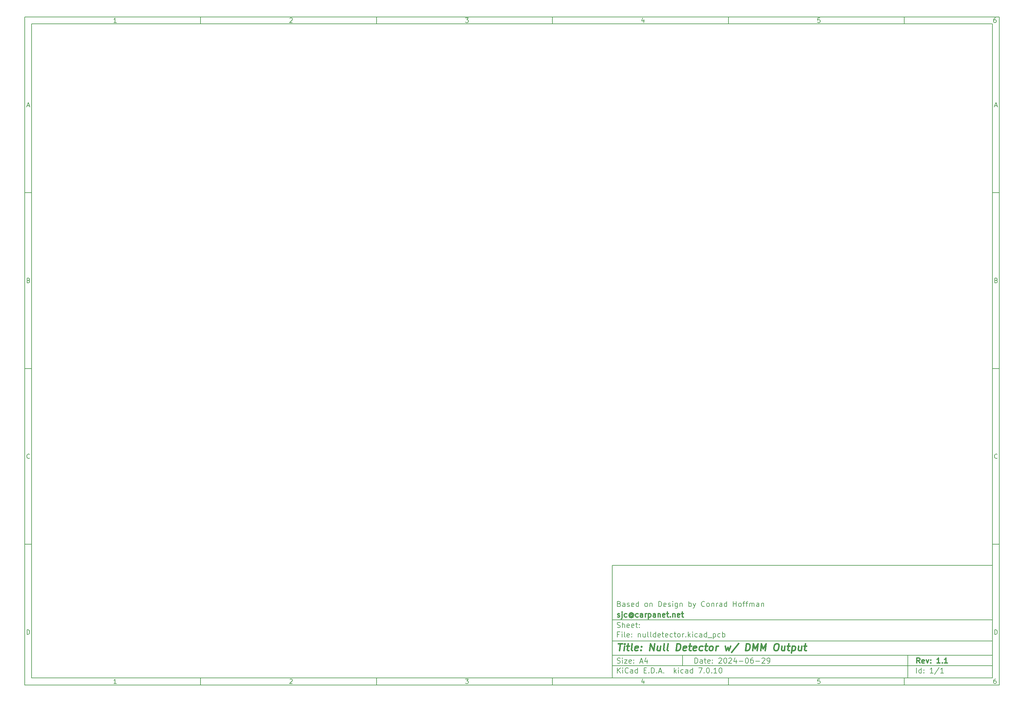
<source format=gbr>
%TF.GenerationSoftware,KiCad,Pcbnew,7.0.10*%
%TF.CreationDate,2024-07-02T22:36:04-04:00*%
%TF.ProjectId,nulldetector,6e756c6c-6465-4746-9563-746f722e6b69,1.1*%
%TF.SameCoordinates,Original*%
%TF.FileFunction,Paste,Bot*%
%TF.FilePolarity,Positive*%
%FSLAX46Y46*%
G04 Gerber Fmt 4.6, Leading zero omitted, Abs format (unit mm)*
G04 Created by KiCad (PCBNEW 7.0.10) date 2024-07-02 22:36:04*
%MOMM*%
%LPD*%
G01*
G04 APERTURE LIST*
%ADD10C,0.100000*%
%ADD11C,0.150000*%
%ADD12C,0.300000*%
%ADD13C,0.400000*%
G04 APERTURE END LIST*
D10*
D11*
X177002200Y-166007200D02*
X285002200Y-166007200D01*
X285002200Y-198007200D01*
X177002200Y-198007200D01*
X177002200Y-166007200D01*
D10*
D11*
X10000000Y-10000000D02*
X287002200Y-10000000D01*
X287002200Y-200007200D01*
X10000000Y-200007200D01*
X10000000Y-10000000D01*
D10*
D11*
X12000000Y-12000000D02*
X285002200Y-12000000D01*
X285002200Y-198007200D01*
X12000000Y-198007200D01*
X12000000Y-12000000D01*
D10*
D11*
X60000000Y-12000000D02*
X60000000Y-10000000D01*
D10*
D11*
X110000000Y-12000000D02*
X110000000Y-10000000D01*
D10*
D11*
X160000000Y-12000000D02*
X160000000Y-10000000D01*
D10*
D11*
X210000000Y-12000000D02*
X210000000Y-10000000D01*
D10*
D11*
X260000000Y-12000000D02*
X260000000Y-10000000D01*
D10*
D11*
X36089160Y-11593604D02*
X35346303Y-11593604D01*
X35717731Y-11593604D02*
X35717731Y-10293604D01*
X35717731Y-10293604D02*
X35593922Y-10479319D01*
X35593922Y-10479319D02*
X35470112Y-10603128D01*
X35470112Y-10603128D02*
X35346303Y-10665033D01*
D10*
D11*
X85346303Y-10417414D02*
X85408207Y-10355509D01*
X85408207Y-10355509D02*
X85532017Y-10293604D01*
X85532017Y-10293604D02*
X85841541Y-10293604D01*
X85841541Y-10293604D02*
X85965350Y-10355509D01*
X85965350Y-10355509D02*
X86027255Y-10417414D01*
X86027255Y-10417414D02*
X86089160Y-10541223D01*
X86089160Y-10541223D02*
X86089160Y-10665033D01*
X86089160Y-10665033D02*
X86027255Y-10850747D01*
X86027255Y-10850747D02*
X85284398Y-11593604D01*
X85284398Y-11593604D02*
X86089160Y-11593604D01*
D10*
D11*
X135284398Y-10293604D02*
X136089160Y-10293604D01*
X136089160Y-10293604D02*
X135655826Y-10788842D01*
X135655826Y-10788842D02*
X135841541Y-10788842D01*
X135841541Y-10788842D02*
X135965350Y-10850747D01*
X135965350Y-10850747D02*
X136027255Y-10912652D01*
X136027255Y-10912652D02*
X136089160Y-11036461D01*
X136089160Y-11036461D02*
X136089160Y-11345985D01*
X136089160Y-11345985D02*
X136027255Y-11469795D01*
X136027255Y-11469795D02*
X135965350Y-11531700D01*
X135965350Y-11531700D02*
X135841541Y-11593604D01*
X135841541Y-11593604D02*
X135470112Y-11593604D01*
X135470112Y-11593604D02*
X135346303Y-11531700D01*
X135346303Y-11531700D02*
X135284398Y-11469795D01*
D10*
D11*
X185965350Y-10726938D02*
X185965350Y-11593604D01*
X185655826Y-10231700D02*
X185346303Y-11160271D01*
X185346303Y-11160271D02*
X186151064Y-11160271D01*
D10*
D11*
X236027255Y-10293604D02*
X235408207Y-10293604D01*
X235408207Y-10293604D02*
X235346303Y-10912652D01*
X235346303Y-10912652D02*
X235408207Y-10850747D01*
X235408207Y-10850747D02*
X235532017Y-10788842D01*
X235532017Y-10788842D02*
X235841541Y-10788842D01*
X235841541Y-10788842D02*
X235965350Y-10850747D01*
X235965350Y-10850747D02*
X236027255Y-10912652D01*
X236027255Y-10912652D02*
X236089160Y-11036461D01*
X236089160Y-11036461D02*
X236089160Y-11345985D01*
X236089160Y-11345985D02*
X236027255Y-11469795D01*
X236027255Y-11469795D02*
X235965350Y-11531700D01*
X235965350Y-11531700D02*
X235841541Y-11593604D01*
X235841541Y-11593604D02*
X235532017Y-11593604D01*
X235532017Y-11593604D02*
X235408207Y-11531700D01*
X235408207Y-11531700D02*
X235346303Y-11469795D01*
D10*
D11*
X285965350Y-10293604D02*
X285717731Y-10293604D01*
X285717731Y-10293604D02*
X285593922Y-10355509D01*
X285593922Y-10355509D02*
X285532017Y-10417414D01*
X285532017Y-10417414D02*
X285408207Y-10603128D01*
X285408207Y-10603128D02*
X285346303Y-10850747D01*
X285346303Y-10850747D02*
X285346303Y-11345985D01*
X285346303Y-11345985D02*
X285408207Y-11469795D01*
X285408207Y-11469795D02*
X285470112Y-11531700D01*
X285470112Y-11531700D02*
X285593922Y-11593604D01*
X285593922Y-11593604D02*
X285841541Y-11593604D01*
X285841541Y-11593604D02*
X285965350Y-11531700D01*
X285965350Y-11531700D02*
X286027255Y-11469795D01*
X286027255Y-11469795D02*
X286089160Y-11345985D01*
X286089160Y-11345985D02*
X286089160Y-11036461D01*
X286089160Y-11036461D02*
X286027255Y-10912652D01*
X286027255Y-10912652D02*
X285965350Y-10850747D01*
X285965350Y-10850747D02*
X285841541Y-10788842D01*
X285841541Y-10788842D02*
X285593922Y-10788842D01*
X285593922Y-10788842D02*
X285470112Y-10850747D01*
X285470112Y-10850747D02*
X285408207Y-10912652D01*
X285408207Y-10912652D02*
X285346303Y-11036461D01*
D10*
D11*
X60000000Y-198007200D02*
X60000000Y-200007200D01*
D10*
D11*
X110000000Y-198007200D02*
X110000000Y-200007200D01*
D10*
D11*
X160000000Y-198007200D02*
X160000000Y-200007200D01*
D10*
D11*
X210000000Y-198007200D02*
X210000000Y-200007200D01*
D10*
D11*
X260000000Y-198007200D02*
X260000000Y-200007200D01*
D10*
D11*
X36089160Y-199600804D02*
X35346303Y-199600804D01*
X35717731Y-199600804D02*
X35717731Y-198300804D01*
X35717731Y-198300804D02*
X35593922Y-198486519D01*
X35593922Y-198486519D02*
X35470112Y-198610328D01*
X35470112Y-198610328D02*
X35346303Y-198672233D01*
D10*
D11*
X85346303Y-198424614D02*
X85408207Y-198362709D01*
X85408207Y-198362709D02*
X85532017Y-198300804D01*
X85532017Y-198300804D02*
X85841541Y-198300804D01*
X85841541Y-198300804D02*
X85965350Y-198362709D01*
X85965350Y-198362709D02*
X86027255Y-198424614D01*
X86027255Y-198424614D02*
X86089160Y-198548423D01*
X86089160Y-198548423D02*
X86089160Y-198672233D01*
X86089160Y-198672233D02*
X86027255Y-198857947D01*
X86027255Y-198857947D02*
X85284398Y-199600804D01*
X85284398Y-199600804D02*
X86089160Y-199600804D01*
D10*
D11*
X135284398Y-198300804D02*
X136089160Y-198300804D01*
X136089160Y-198300804D02*
X135655826Y-198796042D01*
X135655826Y-198796042D02*
X135841541Y-198796042D01*
X135841541Y-198796042D02*
X135965350Y-198857947D01*
X135965350Y-198857947D02*
X136027255Y-198919852D01*
X136027255Y-198919852D02*
X136089160Y-199043661D01*
X136089160Y-199043661D02*
X136089160Y-199353185D01*
X136089160Y-199353185D02*
X136027255Y-199476995D01*
X136027255Y-199476995D02*
X135965350Y-199538900D01*
X135965350Y-199538900D02*
X135841541Y-199600804D01*
X135841541Y-199600804D02*
X135470112Y-199600804D01*
X135470112Y-199600804D02*
X135346303Y-199538900D01*
X135346303Y-199538900D02*
X135284398Y-199476995D01*
D10*
D11*
X185965350Y-198734138D02*
X185965350Y-199600804D01*
X185655826Y-198238900D02*
X185346303Y-199167471D01*
X185346303Y-199167471D02*
X186151064Y-199167471D01*
D10*
D11*
X236027255Y-198300804D02*
X235408207Y-198300804D01*
X235408207Y-198300804D02*
X235346303Y-198919852D01*
X235346303Y-198919852D02*
X235408207Y-198857947D01*
X235408207Y-198857947D02*
X235532017Y-198796042D01*
X235532017Y-198796042D02*
X235841541Y-198796042D01*
X235841541Y-198796042D02*
X235965350Y-198857947D01*
X235965350Y-198857947D02*
X236027255Y-198919852D01*
X236027255Y-198919852D02*
X236089160Y-199043661D01*
X236089160Y-199043661D02*
X236089160Y-199353185D01*
X236089160Y-199353185D02*
X236027255Y-199476995D01*
X236027255Y-199476995D02*
X235965350Y-199538900D01*
X235965350Y-199538900D02*
X235841541Y-199600804D01*
X235841541Y-199600804D02*
X235532017Y-199600804D01*
X235532017Y-199600804D02*
X235408207Y-199538900D01*
X235408207Y-199538900D02*
X235346303Y-199476995D01*
D10*
D11*
X285965350Y-198300804D02*
X285717731Y-198300804D01*
X285717731Y-198300804D02*
X285593922Y-198362709D01*
X285593922Y-198362709D02*
X285532017Y-198424614D01*
X285532017Y-198424614D02*
X285408207Y-198610328D01*
X285408207Y-198610328D02*
X285346303Y-198857947D01*
X285346303Y-198857947D02*
X285346303Y-199353185D01*
X285346303Y-199353185D02*
X285408207Y-199476995D01*
X285408207Y-199476995D02*
X285470112Y-199538900D01*
X285470112Y-199538900D02*
X285593922Y-199600804D01*
X285593922Y-199600804D02*
X285841541Y-199600804D01*
X285841541Y-199600804D02*
X285965350Y-199538900D01*
X285965350Y-199538900D02*
X286027255Y-199476995D01*
X286027255Y-199476995D02*
X286089160Y-199353185D01*
X286089160Y-199353185D02*
X286089160Y-199043661D01*
X286089160Y-199043661D02*
X286027255Y-198919852D01*
X286027255Y-198919852D02*
X285965350Y-198857947D01*
X285965350Y-198857947D02*
X285841541Y-198796042D01*
X285841541Y-198796042D02*
X285593922Y-198796042D01*
X285593922Y-198796042D02*
X285470112Y-198857947D01*
X285470112Y-198857947D02*
X285408207Y-198919852D01*
X285408207Y-198919852D02*
X285346303Y-199043661D01*
D10*
D11*
X10000000Y-60000000D02*
X12000000Y-60000000D01*
D10*
D11*
X10000000Y-110000000D02*
X12000000Y-110000000D01*
D10*
D11*
X10000000Y-160000000D02*
X12000000Y-160000000D01*
D10*
D11*
X10690476Y-35222176D02*
X11309523Y-35222176D01*
X10566666Y-35593604D02*
X10999999Y-34293604D01*
X10999999Y-34293604D02*
X11433333Y-35593604D01*
D10*
D11*
X11092857Y-84912652D02*
X11278571Y-84974557D01*
X11278571Y-84974557D02*
X11340476Y-85036461D01*
X11340476Y-85036461D02*
X11402380Y-85160271D01*
X11402380Y-85160271D02*
X11402380Y-85345985D01*
X11402380Y-85345985D02*
X11340476Y-85469795D01*
X11340476Y-85469795D02*
X11278571Y-85531700D01*
X11278571Y-85531700D02*
X11154761Y-85593604D01*
X11154761Y-85593604D02*
X10659523Y-85593604D01*
X10659523Y-85593604D02*
X10659523Y-84293604D01*
X10659523Y-84293604D02*
X11092857Y-84293604D01*
X11092857Y-84293604D02*
X11216666Y-84355509D01*
X11216666Y-84355509D02*
X11278571Y-84417414D01*
X11278571Y-84417414D02*
X11340476Y-84541223D01*
X11340476Y-84541223D02*
X11340476Y-84665033D01*
X11340476Y-84665033D02*
X11278571Y-84788842D01*
X11278571Y-84788842D02*
X11216666Y-84850747D01*
X11216666Y-84850747D02*
X11092857Y-84912652D01*
X11092857Y-84912652D02*
X10659523Y-84912652D01*
D10*
D11*
X11402380Y-135469795D02*
X11340476Y-135531700D01*
X11340476Y-135531700D02*
X11154761Y-135593604D01*
X11154761Y-135593604D02*
X11030952Y-135593604D01*
X11030952Y-135593604D02*
X10845238Y-135531700D01*
X10845238Y-135531700D02*
X10721428Y-135407890D01*
X10721428Y-135407890D02*
X10659523Y-135284080D01*
X10659523Y-135284080D02*
X10597619Y-135036461D01*
X10597619Y-135036461D02*
X10597619Y-134850747D01*
X10597619Y-134850747D02*
X10659523Y-134603128D01*
X10659523Y-134603128D02*
X10721428Y-134479319D01*
X10721428Y-134479319D02*
X10845238Y-134355509D01*
X10845238Y-134355509D02*
X11030952Y-134293604D01*
X11030952Y-134293604D02*
X11154761Y-134293604D01*
X11154761Y-134293604D02*
X11340476Y-134355509D01*
X11340476Y-134355509D02*
X11402380Y-134417414D01*
D10*
D11*
X10659523Y-185593604D02*
X10659523Y-184293604D01*
X10659523Y-184293604D02*
X10969047Y-184293604D01*
X10969047Y-184293604D02*
X11154761Y-184355509D01*
X11154761Y-184355509D02*
X11278571Y-184479319D01*
X11278571Y-184479319D02*
X11340476Y-184603128D01*
X11340476Y-184603128D02*
X11402380Y-184850747D01*
X11402380Y-184850747D02*
X11402380Y-185036461D01*
X11402380Y-185036461D02*
X11340476Y-185284080D01*
X11340476Y-185284080D02*
X11278571Y-185407890D01*
X11278571Y-185407890D02*
X11154761Y-185531700D01*
X11154761Y-185531700D02*
X10969047Y-185593604D01*
X10969047Y-185593604D02*
X10659523Y-185593604D01*
D10*
D11*
X287002200Y-60000000D02*
X285002200Y-60000000D01*
D10*
D11*
X287002200Y-110000000D02*
X285002200Y-110000000D01*
D10*
D11*
X287002200Y-160000000D02*
X285002200Y-160000000D01*
D10*
D11*
X285692676Y-35222176D02*
X286311723Y-35222176D01*
X285568866Y-35593604D02*
X286002199Y-34293604D01*
X286002199Y-34293604D02*
X286435533Y-35593604D01*
D10*
D11*
X286095057Y-84912652D02*
X286280771Y-84974557D01*
X286280771Y-84974557D02*
X286342676Y-85036461D01*
X286342676Y-85036461D02*
X286404580Y-85160271D01*
X286404580Y-85160271D02*
X286404580Y-85345985D01*
X286404580Y-85345985D02*
X286342676Y-85469795D01*
X286342676Y-85469795D02*
X286280771Y-85531700D01*
X286280771Y-85531700D02*
X286156961Y-85593604D01*
X286156961Y-85593604D02*
X285661723Y-85593604D01*
X285661723Y-85593604D02*
X285661723Y-84293604D01*
X285661723Y-84293604D02*
X286095057Y-84293604D01*
X286095057Y-84293604D02*
X286218866Y-84355509D01*
X286218866Y-84355509D02*
X286280771Y-84417414D01*
X286280771Y-84417414D02*
X286342676Y-84541223D01*
X286342676Y-84541223D02*
X286342676Y-84665033D01*
X286342676Y-84665033D02*
X286280771Y-84788842D01*
X286280771Y-84788842D02*
X286218866Y-84850747D01*
X286218866Y-84850747D02*
X286095057Y-84912652D01*
X286095057Y-84912652D02*
X285661723Y-84912652D01*
D10*
D11*
X286404580Y-135469795D02*
X286342676Y-135531700D01*
X286342676Y-135531700D02*
X286156961Y-135593604D01*
X286156961Y-135593604D02*
X286033152Y-135593604D01*
X286033152Y-135593604D02*
X285847438Y-135531700D01*
X285847438Y-135531700D02*
X285723628Y-135407890D01*
X285723628Y-135407890D02*
X285661723Y-135284080D01*
X285661723Y-135284080D02*
X285599819Y-135036461D01*
X285599819Y-135036461D02*
X285599819Y-134850747D01*
X285599819Y-134850747D02*
X285661723Y-134603128D01*
X285661723Y-134603128D02*
X285723628Y-134479319D01*
X285723628Y-134479319D02*
X285847438Y-134355509D01*
X285847438Y-134355509D02*
X286033152Y-134293604D01*
X286033152Y-134293604D02*
X286156961Y-134293604D01*
X286156961Y-134293604D02*
X286342676Y-134355509D01*
X286342676Y-134355509D02*
X286404580Y-134417414D01*
D10*
D11*
X285661723Y-185593604D02*
X285661723Y-184293604D01*
X285661723Y-184293604D02*
X285971247Y-184293604D01*
X285971247Y-184293604D02*
X286156961Y-184355509D01*
X286156961Y-184355509D02*
X286280771Y-184479319D01*
X286280771Y-184479319D02*
X286342676Y-184603128D01*
X286342676Y-184603128D02*
X286404580Y-184850747D01*
X286404580Y-184850747D02*
X286404580Y-185036461D01*
X286404580Y-185036461D02*
X286342676Y-185284080D01*
X286342676Y-185284080D02*
X286280771Y-185407890D01*
X286280771Y-185407890D02*
X286156961Y-185531700D01*
X286156961Y-185531700D02*
X285971247Y-185593604D01*
X285971247Y-185593604D02*
X285661723Y-185593604D01*
D10*
D11*
X200458026Y-193793328D02*
X200458026Y-192293328D01*
X200458026Y-192293328D02*
X200815169Y-192293328D01*
X200815169Y-192293328D02*
X201029455Y-192364757D01*
X201029455Y-192364757D02*
X201172312Y-192507614D01*
X201172312Y-192507614D02*
X201243741Y-192650471D01*
X201243741Y-192650471D02*
X201315169Y-192936185D01*
X201315169Y-192936185D02*
X201315169Y-193150471D01*
X201315169Y-193150471D02*
X201243741Y-193436185D01*
X201243741Y-193436185D02*
X201172312Y-193579042D01*
X201172312Y-193579042D02*
X201029455Y-193721900D01*
X201029455Y-193721900D02*
X200815169Y-193793328D01*
X200815169Y-193793328D02*
X200458026Y-193793328D01*
X202600884Y-193793328D02*
X202600884Y-193007614D01*
X202600884Y-193007614D02*
X202529455Y-192864757D01*
X202529455Y-192864757D02*
X202386598Y-192793328D01*
X202386598Y-192793328D02*
X202100884Y-192793328D01*
X202100884Y-192793328D02*
X201958026Y-192864757D01*
X202600884Y-193721900D02*
X202458026Y-193793328D01*
X202458026Y-193793328D02*
X202100884Y-193793328D01*
X202100884Y-193793328D02*
X201958026Y-193721900D01*
X201958026Y-193721900D02*
X201886598Y-193579042D01*
X201886598Y-193579042D02*
X201886598Y-193436185D01*
X201886598Y-193436185D02*
X201958026Y-193293328D01*
X201958026Y-193293328D02*
X202100884Y-193221900D01*
X202100884Y-193221900D02*
X202458026Y-193221900D01*
X202458026Y-193221900D02*
X202600884Y-193150471D01*
X203100884Y-192793328D02*
X203672312Y-192793328D01*
X203315169Y-192293328D02*
X203315169Y-193579042D01*
X203315169Y-193579042D02*
X203386598Y-193721900D01*
X203386598Y-193721900D02*
X203529455Y-193793328D01*
X203529455Y-193793328D02*
X203672312Y-193793328D01*
X204743741Y-193721900D02*
X204600884Y-193793328D01*
X204600884Y-193793328D02*
X204315170Y-193793328D01*
X204315170Y-193793328D02*
X204172312Y-193721900D01*
X204172312Y-193721900D02*
X204100884Y-193579042D01*
X204100884Y-193579042D02*
X204100884Y-193007614D01*
X204100884Y-193007614D02*
X204172312Y-192864757D01*
X204172312Y-192864757D02*
X204315170Y-192793328D01*
X204315170Y-192793328D02*
X204600884Y-192793328D01*
X204600884Y-192793328D02*
X204743741Y-192864757D01*
X204743741Y-192864757D02*
X204815170Y-193007614D01*
X204815170Y-193007614D02*
X204815170Y-193150471D01*
X204815170Y-193150471D02*
X204100884Y-193293328D01*
X205458026Y-193650471D02*
X205529455Y-193721900D01*
X205529455Y-193721900D02*
X205458026Y-193793328D01*
X205458026Y-193793328D02*
X205386598Y-193721900D01*
X205386598Y-193721900D02*
X205458026Y-193650471D01*
X205458026Y-193650471D02*
X205458026Y-193793328D01*
X205458026Y-192864757D02*
X205529455Y-192936185D01*
X205529455Y-192936185D02*
X205458026Y-193007614D01*
X205458026Y-193007614D02*
X205386598Y-192936185D01*
X205386598Y-192936185D02*
X205458026Y-192864757D01*
X205458026Y-192864757D02*
X205458026Y-193007614D01*
X207243741Y-192436185D02*
X207315169Y-192364757D01*
X207315169Y-192364757D02*
X207458027Y-192293328D01*
X207458027Y-192293328D02*
X207815169Y-192293328D01*
X207815169Y-192293328D02*
X207958027Y-192364757D01*
X207958027Y-192364757D02*
X208029455Y-192436185D01*
X208029455Y-192436185D02*
X208100884Y-192579042D01*
X208100884Y-192579042D02*
X208100884Y-192721900D01*
X208100884Y-192721900D02*
X208029455Y-192936185D01*
X208029455Y-192936185D02*
X207172312Y-193793328D01*
X207172312Y-193793328D02*
X208100884Y-193793328D01*
X209029455Y-192293328D02*
X209172312Y-192293328D01*
X209172312Y-192293328D02*
X209315169Y-192364757D01*
X209315169Y-192364757D02*
X209386598Y-192436185D01*
X209386598Y-192436185D02*
X209458026Y-192579042D01*
X209458026Y-192579042D02*
X209529455Y-192864757D01*
X209529455Y-192864757D02*
X209529455Y-193221900D01*
X209529455Y-193221900D02*
X209458026Y-193507614D01*
X209458026Y-193507614D02*
X209386598Y-193650471D01*
X209386598Y-193650471D02*
X209315169Y-193721900D01*
X209315169Y-193721900D02*
X209172312Y-193793328D01*
X209172312Y-193793328D02*
X209029455Y-193793328D01*
X209029455Y-193793328D02*
X208886598Y-193721900D01*
X208886598Y-193721900D02*
X208815169Y-193650471D01*
X208815169Y-193650471D02*
X208743740Y-193507614D01*
X208743740Y-193507614D02*
X208672312Y-193221900D01*
X208672312Y-193221900D02*
X208672312Y-192864757D01*
X208672312Y-192864757D02*
X208743740Y-192579042D01*
X208743740Y-192579042D02*
X208815169Y-192436185D01*
X208815169Y-192436185D02*
X208886598Y-192364757D01*
X208886598Y-192364757D02*
X209029455Y-192293328D01*
X210100883Y-192436185D02*
X210172311Y-192364757D01*
X210172311Y-192364757D02*
X210315169Y-192293328D01*
X210315169Y-192293328D02*
X210672311Y-192293328D01*
X210672311Y-192293328D02*
X210815169Y-192364757D01*
X210815169Y-192364757D02*
X210886597Y-192436185D01*
X210886597Y-192436185D02*
X210958026Y-192579042D01*
X210958026Y-192579042D02*
X210958026Y-192721900D01*
X210958026Y-192721900D02*
X210886597Y-192936185D01*
X210886597Y-192936185D02*
X210029454Y-193793328D01*
X210029454Y-193793328D02*
X210958026Y-193793328D01*
X212243740Y-192793328D02*
X212243740Y-193793328D01*
X211886597Y-192221900D02*
X211529454Y-193293328D01*
X211529454Y-193293328D02*
X212458025Y-193293328D01*
X213029453Y-193221900D02*
X214172311Y-193221900D01*
X215172311Y-192293328D02*
X215315168Y-192293328D01*
X215315168Y-192293328D02*
X215458025Y-192364757D01*
X215458025Y-192364757D02*
X215529454Y-192436185D01*
X215529454Y-192436185D02*
X215600882Y-192579042D01*
X215600882Y-192579042D02*
X215672311Y-192864757D01*
X215672311Y-192864757D02*
X215672311Y-193221900D01*
X215672311Y-193221900D02*
X215600882Y-193507614D01*
X215600882Y-193507614D02*
X215529454Y-193650471D01*
X215529454Y-193650471D02*
X215458025Y-193721900D01*
X215458025Y-193721900D02*
X215315168Y-193793328D01*
X215315168Y-193793328D02*
X215172311Y-193793328D01*
X215172311Y-193793328D02*
X215029454Y-193721900D01*
X215029454Y-193721900D02*
X214958025Y-193650471D01*
X214958025Y-193650471D02*
X214886596Y-193507614D01*
X214886596Y-193507614D02*
X214815168Y-193221900D01*
X214815168Y-193221900D02*
X214815168Y-192864757D01*
X214815168Y-192864757D02*
X214886596Y-192579042D01*
X214886596Y-192579042D02*
X214958025Y-192436185D01*
X214958025Y-192436185D02*
X215029454Y-192364757D01*
X215029454Y-192364757D02*
X215172311Y-192293328D01*
X216958025Y-192293328D02*
X216672310Y-192293328D01*
X216672310Y-192293328D02*
X216529453Y-192364757D01*
X216529453Y-192364757D02*
X216458025Y-192436185D01*
X216458025Y-192436185D02*
X216315167Y-192650471D01*
X216315167Y-192650471D02*
X216243739Y-192936185D01*
X216243739Y-192936185D02*
X216243739Y-193507614D01*
X216243739Y-193507614D02*
X216315167Y-193650471D01*
X216315167Y-193650471D02*
X216386596Y-193721900D01*
X216386596Y-193721900D02*
X216529453Y-193793328D01*
X216529453Y-193793328D02*
X216815167Y-193793328D01*
X216815167Y-193793328D02*
X216958025Y-193721900D01*
X216958025Y-193721900D02*
X217029453Y-193650471D01*
X217029453Y-193650471D02*
X217100882Y-193507614D01*
X217100882Y-193507614D02*
X217100882Y-193150471D01*
X217100882Y-193150471D02*
X217029453Y-193007614D01*
X217029453Y-193007614D02*
X216958025Y-192936185D01*
X216958025Y-192936185D02*
X216815167Y-192864757D01*
X216815167Y-192864757D02*
X216529453Y-192864757D01*
X216529453Y-192864757D02*
X216386596Y-192936185D01*
X216386596Y-192936185D02*
X216315167Y-193007614D01*
X216315167Y-193007614D02*
X216243739Y-193150471D01*
X217743738Y-193221900D02*
X218886596Y-193221900D01*
X219529453Y-192436185D02*
X219600881Y-192364757D01*
X219600881Y-192364757D02*
X219743739Y-192293328D01*
X219743739Y-192293328D02*
X220100881Y-192293328D01*
X220100881Y-192293328D02*
X220243739Y-192364757D01*
X220243739Y-192364757D02*
X220315167Y-192436185D01*
X220315167Y-192436185D02*
X220386596Y-192579042D01*
X220386596Y-192579042D02*
X220386596Y-192721900D01*
X220386596Y-192721900D02*
X220315167Y-192936185D01*
X220315167Y-192936185D02*
X219458024Y-193793328D01*
X219458024Y-193793328D02*
X220386596Y-193793328D01*
X221100881Y-193793328D02*
X221386595Y-193793328D01*
X221386595Y-193793328D02*
X221529452Y-193721900D01*
X221529452Y-193721900D02*
X221600881Y-193650471D01*
X221600881Y-193650471D02*
X221743738Y-193436185D01*
X221743738Y-193436185D02*
X221815167Y-193150471D01*
X221815167Y-193150471D02*
X221815167Y-192579042D01*
X221815167Y-192579042D02*
X221743738Y-192436185D01*
X221743738Y-192436185D02*
X221672310Y-192364757D01*
X221672310Y-192364757D02*
X221529452Y-192293328D01*
X221529452Y-192293328D02*
X221243738Y-192293328D01*
X221243738Y-192293328D02*
X221100881Y-192364757D01*
X221100881Y-192364757D02*
X221029452Y-192436185D01*
X221029452Y-192436185D02*
X220958024Y-192579042D01*
X220958024Y-192579042D02*
X220958024Y-192936185D01*
X220958024Y-192936185D02*
X221029452Y-193079042D01*
X221029452Y-193079042D02*
X221100881Y-193150471D01*
X221100881Y-193150471D02*
X221243738Y-193221900D01*
X221243738Y-193221900D02*
X221529452Y-193221900D01*
X221529452Y-193221900D02*
X221672310Y-193150471D01*
X221672310Y-193150471D02*
X221743738Y-193079042D01*
X221743738Y-193079042D02*
X221815167Y-192936185D01*
D10*
D11*
X177002200Y-194507200D02*
X285002200Y-194507200D01*
D10*
D11*
X178458026Y-196593328D02*
X178458026Y-195093328D01*
X179315169Y-196593328D02*
X178672312Y-195736185D01*
X179315169Y-195093328D02*
X178458026Y-195950471D01*
X179958026Y-196593328D02*
X179958026Y-195593328D01*
X179958026Y-195093328D02*
X179886598Y-195164757D01*
X179886598Y-195164757D02*
X179958026Y-195236185D01*
X179958026Y-195236185D02*
X180029455Y-195164757D01*
X180029455Y-195164757D02*
X179958026Y-195093328D01*
X179958026Y-195093328D02*
X179958026Y-195236185D01*
X181529455Y-196450471D02*
X181458027Y-196521900D01*
X181458027Y-196521900D02*
X181243741Y-196593328D01*
X181243741Y-196593328D02*
X181100884Y-196593328D01*
X181100884Y-196593328D02*
X180886598Y-196521900D01*
X180886598Y-196521900D02*
X180743741Y-196379042D01*
X180743741Y-196379042D02*
X180672312Y-196236185D01*
X180672312Y-196236185D02*
X180600884Y-195950471D01*
X180600884Y-195950471D02*
X180600884Y-195736185D01*
X180600884Y-195736185D02*
X180672312Y-195450471D01*
X180672312Y-195450471D02*
X180743741Y-195307614D01*
X180743741Y-195307614D02*
X180886598Y-195164757D01*
X180886598Y-195164757D02*
X181100884Y-195093328D01*
X181100884Y-195093328D02*
X181243741Y-195093328D01*
X181243741Y-195093328D02*
X181458027Y-195164757D01*
X181458027Y-195164757D02*
X181529455Y-195236185D01*
X182815170Y-196593328D02*
X182815170Y-195807614D01*
X182815170Y-195807614D02*
X182743741Y-195664757D01*
X182743741Y-195664757D02*
X182600884Y-195593328D01*
X182600884Y-195593328D02*
X182315170Y-195593328D01*
X182315170Y-195593328D02*
X182172312Y-195664757D01*
X182815170Y-196521900D02*
X182672312Y-196593328D01*
X182672312Y-196593328D02*
X182315170Y-196593328D01*
X182315170Y-196593328D02*
X182172312Y-196521900D01*
X182172312Y-196521900D02*
X182100884Y-196379042D01*
X182100884Y-196379042D02*
X182100884Y-196236185D01*
X182100884Y-196236185D02*
X182172312Y-196093328D01*
X182172312Y-196093328D02*
X182315170Y-196021900D01*
X182315170Y-196021900D02*
X182672312Y-196021900D01*
X182672312Y-196021900D02*
X182815170Y-195950471D01*
X184172313Y-196593328D02*
X184172313Y-195093328D01*
X184172313Y-196521900D02*
X184029455Y-196593328D01*
X184029455Y-196593328D02*
X183743741Y-196593328D01*
X183743741Y-196593328D02*
X183600884Y-196521900D01*
X183600884Y-196521900D02*
X183529455Y-196450471D01*
X183529455Y-196450471D02*
X183458027Y-196307614D01*
X183458027Y-196307614D02*
X183458027Y-195879042D01*
X183458027Y-195879042D02*
X183529455Y-195736185D01*
X183529455Y-195736185D02*
X183600884Y-195664757D01*
X183600884Y-195664757D02*
X183743741Y-195593328D01*
X183743741Y-195593328D02*
X184029455Y-195593328D01*
X184029455Y-195593328D02*
X184172313Y-195664757D01*
X186029455Y-195807614D02*
X186529455Y-195807614D01*
X186743741Y-196593328D02*
X186029455Y-196593328D01*
X186029455Y-196593328D02*
X186029455Y-195093328D01*
X186029455Y-195093328D02*
X186743741Y-195093328D01*
X187386598Y-196450471D02*
X187458027Y-196521900D01*
X187458027Y-196521900D02*
X187386598Y-196593328D01*
X187386598Y-196593328D02*
X187315170Y-196521900D01*
X187315170Y-196521900D02*
X187386598Y-196450471D01*
X187386598Y-196450471D02*
X187386598Y-196593328D01*
X188100884Y-196593328D02*
X188100884Y-195093328D01*
X188100884Y-195093328D02*
X188458027Y-195093328D01*
X188458027Y-195093328D02*
X188672313Y-195164757D01*
X188672313Y-195164757D02*
X188815170Y-195307614D01*
X188815170Y-195307614D02*
X188886599Y-195450471D01*
X188886599Y-195450471D02*
X188958027Y-195736185D01*
X188958027Y-195736185D02*
X188958027Y-195950471D01*
X188958027Y-195950471D02*
X188886599Y-196236185D01*
X188886599Y-196236185D02*
X188815170Y-196379042D01*
X188815170Y-196379042D02*
X188672313Y-196521900D01*
X188672313Y-196521900D02*
X188458027Y-196593328D01*
X188458027Y-196593328D02*
X188100884Y-196593328D01*
X189600884Y-196450471D02*
X189672313Y-196521900D01*
X189672313Y-196521900D02*
X189600884Y-196593328D01*
X189600884Y-196593328D02*
X189529456Y-196521900D01*
X189529456Y-196521900D02*
X189600884Y-196450471D01*
X189600884Y-196450471D02*
X189600884Y-196593328D01*
X190243742Y-196164757D02*
X190958028Y-196164757D01*
X190100885Y-196593328D02*
X190600885Y-195093328D01*
X190600885Y-195093328D02*
X191100885Y-196593328D01*
X191600884Y-196450471D02*
X191672313Y-196521900D01*
X191672313Y-196521900D02*
X191600884Y-196593328D01*
X191600884Y-196593328D02*
X191529456Y-196521900D01*
X191529456Y-196521900D02*
X191600884Y-196450471D01*
X191600884Y-196450471D02*
X191600884Y-196593328D01*
X194600884Y-196593328D02*
X194600884Y-195093328D01*
X194743742Y-196021900D02*
X195172313Y-196593328D01*
X195172313Y-195593328D02*
X194600884Y-196164757D01*
X195815170Y-196593328D02*
X195815170Y-195593328D01*
X195815170Y-195093328D02*
X195743742Y-195164757D01*
X195743742Y-195164757D02*
X195815170Y-195236185D01*
X195815170Y-195236185D02*
X195886599Y-195164757D01*
X195886599Y-195164757D02*
X195815170Y-195093328D01*
X195815170Y-195093328D02*
X195815170Y-195236185D01*
X197172314Y-196521900D02*
X197029456Y-196593328D01*
X197029456Y-196593328D02*
X196743742Y-196593328D01*
X196743742Y-196593328D02*
X196600885Y-196521900D01*
X196600885Y-196521900D02*
X196529456Y-196450471D01*
X196529456Y-196450471D02*
X196458028Y-196307614D01*
X196458028Y-196307614D02*
X196458028Y-195879042D01*
X196458028Y-195879042D02*
X196529456Y-195736185D01*
X196529456Y-195736185D02*
X196600885Y-195664757D01*
X196600885Y-195664757D02*
X196743742Y-195593328D01*
X196743742Y-195593328D02*
X197029456Y-195593328D01*
X197029456Y-195593328D02*
X197172314Y-195664757D01*
X198458028Y-196593328D02*
X198458028Y-195807614D01*
X198458028Y-195807614D02*
X198386599Y-195664757D01*
X198386599Y-195664757D02*
X198243742Y-195593328D01*
X198243742Y-195593328D02*
X197958028Y-195593328D01*
X197958028Y-195593328D02*
X197815170Y-195664757D01*
X198458028Y-196521900D02*
X198315170Y-196593328D01*
X198315170Y-196593328D02*
X197958028Y-196593328D01*
X197958028Y-196593328D02*
X197815170Y-196521900D01*
X197815170Y-196521900D02*
X197743742Y-196379042D01*
X197743742Y-196379042D02*
X197743742Y-196236185D01*
X197743742Y-196236185D02*
X197815170Y-196093328D01*
X197815170Y-196093328D02*
X197958028Y-196021900D01*
X197958028Y-196021900D02*
X198315170Y-196021900D01*
X198315170Y-196021900D02*
X198458028Y-195950471D01*
X199815171Y-196593328D02*
X199815171Y-195093328D01*
X199815171Y-196521900D02*
X199672313Y-196593328D01*
X199672313Y-196593328D02*
X199386599Y-196593328D01*
X199386599Y-196593328D02*
X199243742Y-196521900D01*
X199243742Y-196521900D02*
X199172313Y-196450471D01*
X199172313Y-196450471D02*
X199100885Y-196307614D01*
X199100885Y-196307614D02*
X199100885Y-195879042D01*
X199100885Y-195879042D02*
X199172313Y-195736185D01*
X199172313Y-195736185D02*
X199243742Y-195664757D01*
X199243742Y-195664757D02*
X199386599Y-195593328D01*
X199386599Y-195593328D02*
X199672313Y-195593328D01*
X199672313Y-195593328D02*
X199815171Y-195664757D01*
X201529456Y-195093328D02*
X202529456Y-195093328D01*
X202529456Y-195093328D02*
X201886599Y-196593328D01*
X203100884Y-196450471D02*
X203172313Y-196521900D01*
X203172313Y-196521900D02*
X203100884Y-196593328D01*
X203100884Y-196593328D02*
X203029456Y-196521900D01*
X203029456Y-196521900D02*
X203100884Y-196450471D01*
X203100884Y-196450471D02*
X203100884Y-196593328D01*
X204100885Y-195093328D02*
X204243742Y-195093328D01*
X204243742Y-195093328D02*
X204386599Y-195164757D01*
X204386599Y-195164757D02*
X204458028Y-195236185D01*
X204458028Y-195236185D02*
X204529456Y-195379042D01*
X204529456Y-195379042D02*
X204600885Y-195664757D01*
X204600885Y-195664757D02*
X204600885Y-196021900D01*
X204600885Y-196021900D02*
X204529456Y-196307614D01*
X204529456Y-196307614D02*
X204458028Y-196450471D01*
X204458028Y-196450471D02*
X204386599Y-196521900D01*
X204386599Y-196521900D02*
X204243742Y-196593328D01*
X204243742Y-196593328D02*
X204100885Y-196593328D01*
X204100885Y-196593328D02*
X203958028Y-196521900D01*
X203958028Y-196521900D02*
X203886599Y-196450471D01*
X203886599Y-196450471D02*
X203815170Y-196307614D01*
X203815170Y-196307614D02*
X203743742Y-196021900D01*
X203743742Y-196021900D02*
X203743742Y-195664757D01*
X203743742Y-195664757D02*
X203815170Y-195379042D01*
X203815170Y-195379042D02*
X203886599Y-195236185D01*
X203886599Y-195236185D02*
X203958028Y-195164757D01*
X203958028Y-195164757D02*
X204100885Y-195093328D01*
X205243741Y-196450471D02*
X205315170Y-196521900D01*
X205315170Y-196521900D02*
X205243741Y-196593328D01*
X205243741Y-196593328D02*
X205172313Y-196521900D01*
X205172313Y-196521900D02*
X205243741Y-196450471D01*
X205243741Y-196450471D02*
X205243741Y-196593328D01*
X206743742Y-196593328D02*
X205886599Y-196593328D01*
X206315170Y-196593328D02*
X206315170Y-195093328D01*
X206315170Y-195093328D02*
X206172313Y-195307614D01*
X206172313Y-195307614D02*
X206029456Y-195450471D01*
X206029456Y-195450471D02*
X205886599Y-195521900D01*
X207672313Y-195093328D02*
X207815170Y-195093328D01*
X207815170Y-195093328D02*
X207958027Y-195164757D01*
X207958027Y-195164757D02*
X208029456Y-195236185D01*
X208029456Y-195236185D02*
X208100884Y-195379042D01*
X208100884Y-195379042D02*
X208172313Y-195664757D01*
X208172313Y-195664757D02*
X208172313Y-196021900D01*
X208172313Y-196021900D02*
X208100884Y-196307614D01*
X208100884Y-196307614D02*
X208029456Y-196450471D01*
X208029456Y-196450471D02*
X207958027Y-196521900D01*
X207958027Y-196521900D02*
X207815170Y-196593328D01*
X207815170Y-196593328D02*
X207672313Y-196593328D01*
X207672313Y-196593328D02*
X207529456Y-196521900D01*
X207529456Y-196521900D02*
X207458027Y-196450471D01*
X207458027Y-196450471D02*
X207386598Y-196307614D01*
X207386598Y-196307614D02*
X207315170Y-196021900D01*
X207315170Y-196021900D02*
X207315170Y-195664757D01*
X207315170Y-195664757D02*
X207386598Y-195379042D01*
X207386598Y-195379042D02*
X207458027Y-195236185D01*
X207458027Y-195236185D02*
X207529456Y-195164757D01*
X207529456Y-195164757D02*
X207672313Y-195093328D01*
D10*
D11*
X177002200Y-191507200D02*
X285002200Y-191507200D01*
D10*
D12*
X264413853Y-193785528D02*
X263913853Y-193071242D01*
X263556710Y-193785528D02*
X263556710Y-192285528D01*
X263556710Y-192285528D02*
X264128139Y-192285528D01*
X264128139Y-192285528D02*
X264270996Y-192356957D01*
X264270996Y-192356957D02*
X264342425Y-192428385D01*
X264342425Y-192428385D02*
X264413853Y-192571242D01*
X264413853Y-192571242D02*
X264413853Y-192785528D01*
X264413853Y-192785528D02*
X264342425Y-192928385D01*
X264342425Y-192928385D02*
X264270996Y-192999814D01*
X264270996Y-192999814D02*
X264128139Y-193071242D01*
X264128139Y-193071242D02*
X263556710Y-193071242D01*
X265628139Y-193714100D02*
X265485282Y-193785528D01*
X265485282Y-193785528D02*
X265199568Y-193785528D01*
X265199568Y-193785528D02*
X265056710Y-193714100D01*
X265056710Y-193714100D02*
X264985282Y-193571242D01*
X264985282Y-193571242D02*
X264985282Y-192999814D01*
X264985282Y-192999814D02*
X265056710Y-192856957D01*
X265056710Y-192856957D02*
X265199568Y-192785528D01*
X265199568Y-192785528D02*
X265485282Y-192785528D01*
X265485282Y-192785528D02*
X265628139Y-192856957D01*
X265628139Y-192856957D02*
X265699568Y-192999814D01*
X265699568Y-192999814D02*
X265699568Y-193142671D01*
X265699568Y-193142671D02*
X264985282Y-193285528D01*
X266199567Y-192785528D02*
X266556710Y-193785528D01*
X266556710Y-193785528D02*
X266913853Y-192785528D01*
X267485281Y-193642671D02*
X267556710Y-193714100D01*
X267556710Y-193714100D02*
X267485281Y-193785528D01*
X267485281Y-193785528D02*
X267413853Y-193714100D01*
X267413853Y-193714100D02*
X267485281Y-193642671D01*
X267485281Y-193642671D02*
X267485281Y-193785528D01*
X267485281Y-192856957D02*
X267556710Y-192928385D01*
X267556710Y-192928385D02*
X267485281Y-192999814D01*
X267485281Y-192999814D02*
X267413853Y-192928385D01*
X267413853Y-192928385D02*
X267485281Y-192856957D01*
X267485281Y-192856957D02*
X267485281Y-192999814D01*
X270128139Y-193785528D02*
X269270996Y-193785528D01*
X269699567Y-193785528D02*
X269699567Y-192285528D01*
X269699567Y-192285528D02*
X269556710Y-192499814D01*
X269556710Y-192499814D02*
X269413853Y-192642671D01*
X269413853Y-192642671D02*
X269270996Y-192714100D01*
X270770995Y-193642671D02*
X270842424Y-193714100D01*
X270842424Y-193714100D02*
X270770995Y-193785528D01*
X270770995Y-193785528D02*
X270699567Y-193714100D01*
X270699567Y-193714100D02*
X270770995Y-193642671D01*
X270770995Y-193642671D02*
X270770995Y-193785528D01*
X272270996Y-193785528D02*
X271413853Y-193785528D01*
X271842424Y-193785528D02*
X271842424Y-192285528D01*
X271842424Y-192285528D02*
X271699567Y-192499814D01*
X271699567Y-192499814D02*
X271556710Y-192642671D01*
X271556710Y-192642671D02*
X271413853Y-192714100D01*
D10*
D11*
X178386598Y-193721900D02*
X178600884Y-193793328D01*
X178600884Y-193793328D02*
X178958026Y-193793328D01*
X178958026Y-193793328D02*
X179100884Y-193721900D01*
X179100884Y-193721900D02*
X179172312Y-193650471D01*
X179172312Y-193650471D02*
X179243741Y-193507614D01*
X179243741Y-193507614D02*
X179243741Y-193364757D01*
X179243741Y-193364757D02*
X179172312Y-193221900D01*
X179172312Y-193221900D02*
X179100884Y-193150471D01*
X179100884Y-193150471D02*
X178958026Y-193079042D01*
X178958026Y-193079042D02*
X178672312Y-193007614D01*
X178672312Y-193007614D02*
X178529455Y-192936185D01*
X178529455Y-192936185D02*
X178458026Y-192864757D01*
X178458026Y-192864757D02*
X178386598Y-192721900D01*
X178386598Y-192721900D02*
X178386598Y-192579042D01*
X178386598Y-192579042D02*
X178458026Y-192436185D01*
X178458026Y-192436185D02*
X178529455Y-192364757D01*
X178529455Y-192364757D02*
X178672312Y-192293328D01*
X178672312Y-192293328D02*
X179029455Y-192293328D01*
X179029455Y-192293328D02*
X179243741Y-192364757D01*
X179886597Y-193793328D02*
X179886597Y-192793328D01*
X179886597Y-192293328D02*
X179815169Y-192364757D01*
X179815169Y-192364757D02*
X179886597Y-192436185D01*
X179886597Y-192436185D02*
X179958026Y-192364757D01*
X179958026Y-192364757D02*
X179886597Y-192293328D01*
X179886597Y-192293328D02*
X179886597Y-192436185D01*
X180458026Y-192793328D02*
X181243741Y-192793328D01*
X181243741Y-192793328D02*
X180458026Y-193793328D01*
X180458026Y-193793328D02*
X181243741Y-193793328D01*
X182386598Y-193721900D02*
X182243741Y-193793328D01*
X182243741Y-193793328D02*
X181958027Y-193793328D01*
X181958027Y-193793328D02*
X181815169Y-193721900D01*
X181815169Y-193721900D02*
X181743741Y-193579042D01*
X181743741Y-193579042D02*
X181743741Y-193007614D01*
X181743741Y-193007614D02*
X181815169Y-192864757D01*
X181815169Y-192864757D02*
X181958027Y-192793328D01*
X181958027Y-192793328D02*
X182243741Y-192793328D01*
X182243741Y-192793328D02*
X182386598Y-192864757D01*
X182386598Y-192864757D02*
X182458027Y-193007614D01*
X182458027Y-193007614D02*
X182458027Y-193150471D01*
X182458027Y-193150471D02*
X181743741Y-193293328D01*
X183100883Y-193650471D02*
X183172312Y-193721900D01*
X183172312Y-193721900D02*
X183100883Y-193793328D01*
X183100883Y-193793328D02*
X183029455Y-193721900D01*
X183029455Y-193721900D02*
X183100883Y-193650471D01*
X183100883Y-193650471D02*
X183100883Y-193793328D01*
X183100883Y-192864757D02*
X183172312Y-192936185D01*
X183172312Y-192936185D02*
X183100883Y-193007614D01*
X183100883Y-193007614D02*
X183029455Y-192936185D01*
X183029455Y-192936185D02*
X183100883Y-192864757D01*
X183100883Y-192864757D02*
X183100883Y-193007614D01*
X184886598Y-193364757D02*
X185600884Y-193364757D01*
X184743741Y-193793328D02*
X185243741Y-192293328D01*
X185243741Y-192293328D02*
X185743741Y-193793328D01*
X186886598Y-192793328D02*
X186886598Y-193793328D01*
X186529455Y-192221900D02*
X186172312Y-193293328D01*
X186172312Y-193293328D02*
X187100883Y-193293328D01*
D10*
D11*
X263458026Y-196593328D02*
X263458026Y-195093328D01*
X264815170Y-196593328D02*
X264815170Y-195093328D01*
X264815170Y-196521900D02*
X264672312Y-196593328D01*
X264672312Y-196593328D02*
X264386598Y-196593328D01*
X264386598Y-196593328D02*
X264243741Y-196521900D01*
X264243741Y-196521900D02*
X264172312Y-196450471D01*
X264172312Y-196450471D02*
X264100884Y-196307614D01*
X264100884Y-196307614D02*
X264100884Y-195879042D01*
X264100884Y-195879042D02*
X264172312Y-195736185D01*
X264172312Y-195736185D02*
X264243741Y-195664757D01*
X264243741Y-195664757D02*
X264386598Y-195593328D01*
X264386598Y-195593328D02*
X264672312Y-195593328D01*
X264672312Y-195593328D02*
X264815170Y-195664757D01*
X265529455Y-196450471D02*
X265600884Y-196521900D01*
X265600884Y-196521900D02*
X265529455Y-196593328D01*
X265529455Y-196593328D02*
X265458027Y-196521900D01*
X265458027Y-196521900D02*
X265529455Y-196450471D01*
X265529455Y-196450471D02*
X265529455Y-196593328D01*
X265529455Y-195664757D02*
X265600884Y-195736185D01*
X265600884Y-195736185D02*
X265529455Y-195807614D01*
X265529455Y-195807614D02*
X265458027Y-195736185D01*
X265458027Y-195736185D02*
X265529455Y-195664757D01*
X265529455Y-195664757D02*
X265529455Y-195807614D01*
X268172313Y-196593328D02*
X267315170Y-196593328D01*
X267743741Y-196593328D02*
X267743741Y-195093328D01*
X267743741Y-195093328D02*
X267600884Y-195307614D01*
X267600884Y-195307614D02*
X267458027Y-195450471D01*
X267458027Y-195450471D02*
X267315170Y-195521900D01*
X269886598Y-195021900D02*
X268600884Y-196950471D01*
X271172313Y-196593328D02*
X270315170Y-196593328D01*
X270743741Y-196593328D02*
X270743741Y-195093328D01*
X270743741Y-195093328D02*
X270600884Y-195307614D01*
X270600884Y-195307614D02*
X270458027Y-195450471D01*
X270458027Y-195450471D02*
X270315170Y-195521900D01*
D10*
D11*
X177002200Y-187507200D02*
X285002200Y-187507200D01*
D10*
D13*
X178693928Y-188211638D02*
X179836785Y-188211638D01*
X179015357Y-190211638D02*
X179265357Y-188211638D01*
X180253452Y-190211638D02*
X180420119Y-188878304D01*
X180503452Y-188211638D02*
X180396309Y-188306876D01*
X180396309Y-188306876D02*
X180479643Y-188402114D01*
X180479643Y-188402114D02*
X180586786Y-188306876D01*
X180586786Y-188306876D02*
X180503452Y-188211638D01*
X180503452Y-188211638D02*
X180479643Y-188402114D01*
X181086786Y-188878304D02*
X181848690Y-188878304D01*
X181455833Y-188211638D02*
X181241548Y-189925923D01*
X181241548Y-189925923D02*
X181312976Y-190116400D01*
X181312976Y-190116400D02*
X181491548Y-190211638D01*
X181491548Y-190211638D02*
X181682024Y-190211638D01*
X182634405Y-190211638D02*
X182455833Y-190116400D01*
X182455833Y-190116400D02*
X182384405Y-189925923D01*
X182384405Y-189925923D02*
X182598690Y-188211638D01*
X184170119Y-190116400D02*
X183967738Y-190211638D01*
X183967738Y-190211638D02*
X183586785Y-190211638D01*
X183586785Y-190211638D02*
X183408214Y-190116400D01*
X183408214Y-190116400D02*
X183336785Y-189925923D01*
X183336785Y-189925923D02*
X183432024Y-189164019D01*
X183432024Y-189164019D02*
X183551071Y-188973542D01*
X183551071Y-188973542D02*
X183753452Y-188878304D01*
X183753452Y-188878304D02*
X184134404Y-188878304D01*
X184134404Y-188878304D02*
X184312976Y-188973542D01*
X184312976Y-188973542D02*
X184384404Y-189164019D01*
X184384404Y-189164019D02*
X184360595Y-189354495D01*
X184360595Y-189354495D02*
X183384404Y-189544971D01*
X185134405Y-190021161D02*
X185217738Y-190116400D01*
X185217738Y-190116400D02*
X185110595Y-190211638D01*
X185110595Y-190211638D02*
X185027262Y-190116400D01*
X185027262Y-190116400D02*
X185134405Y-190021161D01*
X185134405Y-190021161D02*
X185110595Y-190211638D01*
X185265357Y-188973542D02*
X185348690Y-189068780D01*
X185348690Y-189068780D02*
X185241548Y-189164019D01*
X185241548Y-189164019D02*
X185158214Y-189068780D01*
X185158214Y-189068780D02*
X185265357Y-188973542D01*
X185265357Y-188973542D02*
X185241548Y-189164019D01*
X187586786Y-190211638D02*
X187836786Y-188211638D01*
X187836786Y-188211638D02*
X188729643Y-190211638D01*
X188729643Y-190211638D02*
X188979643Y-188211638D01*
X190705834Y-188878304D02*
X190539167Y-190211638D01*
X189848691Y-188878304D02*
X189717739Y-189925923D01*
X189717739Y-189925923D02*
X189789167Y-190116400D01*
X189789167Y-190116400D02*
X189967739Y-190211638D01*
X189967739Y-190211638D02*
X190253453Y-190211638D01*
X190253453Y-190211638D02*
X190455834Y-190116400D01*
X190455834Y-190116400D02*
X190562977Y-190021161D01*
X191777263Y-190211638D02*
X191598691Y-190116400D01*
X191598691Y-190116400D02*
X191527263Y-189925923D01*
X191527263Y-189925923D02*
X191741548Y-188211638D01*
X192824882Y-190211638D02*
X192646310Y-190116400D01*
X192646310Y-190116400D02*
X192574882Y-189925923D01*
X192574882Y-189925923D02*
X192789167Y-188211638D01*
X195110596Y-190211638D02*
X195360596Y-188211638D01*
X195360596Y-188211638D02*
X195836787Y-188211638D01*
X195836787Y-188211638D02*
X196110596Y-188306876D01*
X196110596Y-188306876D02*
X196277263Y-188497352D01*
X196277263Y-188497352D02*
X196348691Y-188687828D01*
X196348691Y-188687828D02*
X196396311Y-189068780D01*
X196396311Y-189068780D02*
X196360596Y-189354495D01*
X196360596Y-189354495D02*
X196217739Y-189735447D01*
X196217739Y-189735447D02*
X196098691Y-189925923D01*
X196098691Y-189925923D02*
X195884406Y-190116400D01*
X195884406Y-190116400D02*
X195586787Y-190211638D01*
X195586787Y-190211638D02*
X195110596Y-190211638D01*
X197884406Y-190116400D02*
X197682025Y-190211638D01*
X197682025Y-190211638D02*
X197301072Y-190211638D01*
X197301072Y-190211638D02*
X197122501Y-190116400D01*
X197122501Y-190116400D02*
X197051072Y-189925923D01*
X197051072Y-189925923D02*
X197146311Y-189164019D01*
X197146311Y-189164019D02*
X197265358Y-188973542D01*
X197265358Y-188973542D02*
X197467739Y-188878304D01*
X197467739Y-188878304D02*
X197848691Y-188878304D01*
X197848691Y-188878304D02*
X198027263Y-188973542D01*
X198027263Y-188973542D02*
X198098691Y-189164019D01*
X198098691Y-189164019D02*
X198074882Y-189354495D01*
X198074882Y-189354495D02*
X197098691Y-189544971D01*
X198705835Y-188878304D02*
X199467739Y-188878304D01*
X199074882Y-188211638D02*
X198860597Y-189925923D01*
X198860597Y-189925923D02*
X198932025Y-190116400D01*
X198932025Y-190116400D02*
X199110597Y-190211638D01*
X199110597Y-190211638D02*
X199301073Y-190211638D01*
X200741549Y-190116400D02*
X200539168Y-190211638D01*
X200539168Y-190211638D02*
X200158215Y-190211638D01*
X200158215Y-190211638D02*
X199979644Y-190116400D01*
X199979644Y-190116400D02*
X199908215Y-189925923D01*
X199908215Y-189925923D02*
X200003454Y-189164019D01*
X200003454Y-189164019D02*
X200122501Y-188973542D01*
X200122501Y-188973542D02*
X200324882Y-188878304D01*
X200324882Y-188878304D02*
X200705834Y-188878304D01*
X200705834Y-188878304D02*
X200884406Y-188973542D01*
X200884406Y-188973542D02*
X200955834Y-189164019D01*
X200955834Y-189164019D02*
X200932025Y-189354495D01*
X200932025Y-189354495D02*
X199955834Y-189544971D01*
X202551073Y-190116400D02*
X202348692Y-190211638D01*
X202348692Y-190211638D02*
X201967740Y-190211638D01*
X201967740Y-190211638D02*
X201789168Y-190116400D01*
X201789168Y-190116400D02*
X201705835Y-190021161D01*
X201705835Y-190021161D02*
X201634406Y-189830685D01*
X201634406Y-189830685D02*
X201705835Y-189259257D01*
X201705835Y-189259257D02*
X201824882Y-189068780D01*
X201824882Y-189068780D02*
X201932025Y-188973542D01*
X201932025Y-188973542D02*
X202134406Y-188878304D01*
X202134406Y-188878304D02*
X202515359Y-188878304D01*
X202515359Y-188878304D02*
X202693930Y-188973542D01*
X203277264Y-188878304D02*
X204039168Y-188878304D01*
X203646311Y-188211638D02*
X203432026Y-189925923D01*
X203432026Y-189925923D02*
X203503454Y-190116400D01*
X203503454Y-190116400D02*
X203682026Y-190211638D01*
X203682026Y-190211638D02*
X203872502Y-190211638D01*
X204824883Y-190211638D02*
X204646311Y-190116400D01*
X204646311Y-190116400D02*
X204562978Y-190021161D01*
X204562978Y-190021161D02*
X204491549Y-189830685D01*
X204491549Y-189830685D02*
X204562978Y-189259257D01*
X204562978Y-189259257D02*
X204682025Y-189068780D01*
X204682025Y-189068780D02*
X204789168Y-188973542D01*
X204789168Y-188973542D02*
X204991549Y-188878304D01*
X204991549Y-188878304D02*
X205277263Y-188878304D01*
X205277263Y-188878304D02*
X205455835Y-188973542D01*
X205455835Y-188973542D02*
X205539168Y-189068780D01*
X205539168Y-189068780D02*
X205610597Y-189259257D01*
X205610597Y-189259257D02*
X205539168Y-189830685D01*
X205539168Y-189830685D02*
X205420121Y-190021161D01*
X205420121Y-190021161D02*
X205312978Y-190116400D01*
X205312978Y-190116400D02*
X205110597Y-190211638D01*
X205110597Y-190211638D02*
X204824883Y-190211638D01*
X206348692Y-190211638D02*
X206515359Y-188878304D01*
X206467740Y-189259257D02*
X206586787Y-189068780D01*
X206586787Y-189068780D02*
X206693930Y-188973542D01*
X206693930Y-188973542D02*
X206896311Y-188878304D01*
X206896311Y-188878304D02*
X207086787Y-188878304D01*
X209086788Y-188878304D02*
X209301073Y-190211638D01*
X209301073Y-190211638D02*
X209801073Y-189259257D01*
X209801073Y-189259257D02*
X210062978Y-190211638D01*
X210062978Y-190211638D02*
X210610597Y-188878304D01*
X212896311Y-188116400D02*
X210860597Y-190687828D01*
X214824883Y-190211638D02*
X215074883Y-188211638D01*
X215074883Y-188211638D02*
X215551074Y-188211638D01*
X215551074Y-188211638D02*
X215824883Y-188306876D01*
X215824883Y-188306876D02*
X215991550Y-188497352D01*
X215991550Y-188497352D02*
X216062978Y-188687828D01*
X216062978Y-188687828D02*
X216110598Y-189068780D01*
X216110598Y-189068780D02*
X216074883Y-189354495D01*
X216074883Y-189354495D02*
X215932026Y-189735447D01*
X215932026Y-189735447D02*
X215812978Y-189925923D01*
X215812978Y-189925923D02*
X215598693Y-190116400D01*
X215598693Y-190116400D02*
X215301074Y-190211638D01*
X215301074Y-190211638D02*
X214824883Y-190211638D01*
X216824883Y-190211638D02*
X217074883Y-188211638D01*
X217074883Y-188211638D02*
X217562978Y-189640209D01*
X217562978Y-189640209D02*
X218408217Y-188211638D01*
X218408217Y-188211638D02*
X218158217Y-190211638D01*
X219110597Y-190211638D02*
X219360597Y-188211638D01*
X219360597Y-188211638D02*
X219848692Y-189640209D01*
X219848692Y-189640209D02*
X220693931Y-188211638D01*
X220693931Y-188211638D02*
X220443931Y-190211638D01*
X223551074Y-188211638D02*
X223932026Y-188211638D01*
X223932026Y-188211638D02*
X224110597Y-188306876D01*
X224110597Y-188306876D02*
X224277264Y-188497352D01*
X224277264Y-188497352D02*
X224324883Y-188878304D01*
X224324883Y-188878304D02*
X224241550Y-189544971D01*
X224241550Y-189544971D02*
X224098693Y-189925923D01*
X224098693Y-189925923D02*
X223884407Y-190116400D01*
X223884407Y-190116400D02*
X223682026Y-190211638D01*
X223682026Y-190211638D02*
X223301074Y-190211638D01*
X223301074Y-190211638D02*
X223122502Y-190116400D01*
X223122502Y-190116400D02*
X222955836Y-189925923D01*
X222955836Y-189925923D02*
X222908216Y-189544971D01*
X222908216Y-189544971D02*
X222991550Y-188878304D01*
X222991550Y-188878304D02*
X223134407Y-188497352D01*
X223134407Y-188497352D02*
X223348693Y-188306876D01*
X223348693Y-188306876D02*
X223551074Y-188211638D01*
X226039169Y-188878304D02*
X225872502Y-190211638D01*
X225182026Y-188878304D02*
X225051074Y-189925923D01*
X225051074Y-189925923D02*
X225122502Y-190116400D01*
X225122502Y-190116400D02*
X225301074Y-190211638D01*
X225301074Y-190211638D02*
X225586788Y-190211638D01*
X225586788Y-190211638D02*
X225789169Y-190116400D01*
X225789169Y-190116400D02*
X225896312Y-190021161D01*
X226705836Y-188878304D02*
X227467740Y-188878304D01*
X227074883Y-188211638D02*
X226860598Y-189925923D01*
X226860598Y-189925923D02*
X226932026Y-190116400D01*
X226932026Y-190116400D02*
X227110598Y-190211638D01*
X227110598Y-190211638D02*
X227301074Y-190211638D01*
X228134407Y-188878304D02*
X227884407Y-190878304D01*
X228122502Y-188973542D02*
X228324883Y-188878304D01*
X228324883Y-188878304D02*
X228705835Y-188878304D01*
X228705835Y-188878304D02*
X228884407Y-188973542D01*
X228884407Y-188973542D02*
X228967740Y-189068780D01*
X228967740Y-189068780D02*
X229039169Y-189259257D01*
X229039169Y-189259257D02*
X228967740Y-189830685D01*
X228967740Y-189830685D02*
X228848693Y-190021161D01*
X228848693Y-190021161D02*
X228741550Y-190116400D01*
X228741550Y-190116400D02*
X228539169Y-190211638D01*
X228539169Y-190211638D02*
X228158216Y-190211638D01*
X228158216Y-190211638D02*
X227979645Y-190116400D01*
X230801074Y-188878304D02*
X230634407Y-190211638D01*
X229943931Y-188878304D02*
X229812979Y-189925923D01*
X229812979Y-189925923D02*
X229884407Y-190116400D01*
X229884407Y-190116400D02*
X230062979Y-190211638D01*
X230062979Y-190211638D02*
X230348693Y-190211638D01*
X230348693Y-190211638D02*
X230551074Y-190116400D01*
X230551074Y-190116400D02*
X230658217Y-190021161D01*
X231467741Y-188878304D02*
X232229645Y-188878304D01*
X231836788Y-188211638D02*
X231622503Y-189925923D01*
X231622503Y-189925923D02*
X231693931Y-190116400D01*
X231693931Y-190116400D02*
X231872503Y-190211638D01*
X231872503Y-190211638D02*
X232062979Y-190211638D01*
D10*
D11*
X178958026Y-185607614D02*
X178458026Y-185607614D01*
X178458026Y-186393328D02*
X178458026Y-184893328D01*
X178458026Y-184893328D02*
X179172312Y-184893328D01*
X179743740Y-186393328D02*
X179743740Y-185393328D01*
X179743740Y-184893328D02*
X179672312Y-184964757D01*
X179672312Y-184964757D02*
X179743740Y-185036185D01*
X179743740Y-185036185D02*
X179815169Y-184964757D01*
X179815169Y-184964757D02*
X179743740Y-184893328D01*
X179743740Y-184893328D02*
X179743740Y-185036185D01*
X180672312Y-186393328D02*
X180529455Y-186321900D01*
X180529455Y-186321900D02*
X180458026Y-186179042D01*
X180458026Y-186179042D02*
X180458026Y-184893328D01*
X181815169Y-186321900D02*
X181672312Y-186393328D01*
X181672312Y-186393328D02*
X181386598Y-186393328D01*
X181386598Y-186393328D02*
X181243740Y-186321900D01*
X181243740Y-186321900D02*
X181172312Y-186179042D01*
X181172312Y-186179042D02*
X181172312Y-185607614D01*
X181172312Y-185607614D02*
X181243740Y-185464757D01*
X181243740Y-185464757D02*
X181386598Y-185393328D01*
X181386598Y-185393328D02*
X181672312Y-185393328D01*
X181672312Y-185393328D02*
X181815169Y-185464757D01*
X181815169Y-185464757D02*
X181886598Y-185607614D01*
X181886598Y-185607614D02*
X181886598Y-185750471D01*
X181886598Y-185750471D02*
X181172312Y-185893328D01*
X182529454Y-186250471D02*
X182600883Y-186321900D01*
X182600883Y-186321900D02*
X182529454Y-186393328D01*
X182529454Y-186393328D02*
X182458026Y-186321900D01*
X182458026Y-186321900D02*
X182529454Y-186250471D01*
X182529454Y-186250471D02*
X182529454Y-186393328D01*
X182529454Y-185464757D02*
X182600883Y-185536185D01*
X182600883Y-185536185D02*
X182529454Y-185607614D01*
X182529454Y-185607614D02*
X182458026Y-185536185D01*
X182458026Y-185536185D02*
X182529454Y-185464757D01*
X182529454Y-185464757D02*
X182529454Y-185607614D01*
X184386597Y-185393328D02*
X184386597Y-186393328D01*
X184386597Y-185536185D02*
X184458026Y-185464757D01*
X184458026Y-185464757D02*
X184600883Y-185393328D01*
X184600883Y-185393328D02*
X184815169Y-185393328D01*
X184815169Y-185393328D02*
X184958026Y-185464757D01*
X184958026Y-185464757D02*
X185029455Y-185607614D01*
X185029455Y-185607614D02*
X185029455Y-186393328D01*
X186386598Y-185393328D02*
X186386598Y-186393328D01*
X185743740Y-185393328D02*
X185743740Y-186179042D01*
X185743740Y-186179042D02*
X185815169Y-186321900D01*
X185815169Y-186321900D02*
X185958026Y-186393328D01*
X185958026Y-186393328D02*
X186172312Y-186393328D01*
X186172312Y-186393328D02*
X186315169Y-186321900D01*
X186315169Y-186321900D02*
X186386598Y-186250471D01*
X187315169Y-186393328D02*
X187172312Y-186321900D01*
X187172312Y-186321900D02*
X187100883Y-186179042D01*
X187100883Y-186179042D02*
X187100883Y-184893328D01*
X188100883Y-186393328D02*
X187958026Y-186321900D01*
X187958026Y-186321900D02*
X187886597Y-186179042D01*
X187886597Y-186179042D02*
X187886597Y-184893328D01*
X189315169Y-186393328D02*
X189315169Y-184893328D01*
X189315169Y-186321900D02*
X189172311Y-186393328D01*
X189172311Y-186393328D02*
X188886597Y-186393328D01*
X188886597Y-186393328D02*
X188743740Y-186321900D01*
X188743740Y-186321900D02*
X188672311Y-186250471D01*
X188672311Y-186250471D02*
X188600883Y-186107614D01*
X188600883Y-186107614D02*
X188600883Y-185679042D01*
X188600883Y-185679042D02*
X188672311Y-185536185D01*
X188672311Y-185536185D02*
X188743740Y-185464757D01*
X188743740Y-185464757D02*
X188886597Y-185393328D01*
X188886597Y-185393328D02*
X189172311Y-185393328D01*
X189172311Y-185393328D02*
X189315169Y-185464757D01*
X190600883Y-186321900D02*
X190458026Y-186393328D01*
X190458026Y-186393328D02*
X190172312Y-186393328D01*
X190172312Y-186393328D02*
X190029454Y-186321900D01*
X190029454Y-186321900D02*
X189958026Y-186179042D01*
X189958026Y-186179042D02*
X189958026Y-185607614D01*
X189958026Y-185607614D02*
X190029454Y-185464757D01*
X190029454Y-185464757D02*
X190172312Y-185393328D01*
X190172312Y-185393328D02*
X190458026Y-185393328D01*
X190458026Y-185393328D02*
X190600883Y-185464757D01*
X190600883Y-185464757D02*
X190672312Y-185607614D01*
X190672312Y-185607614D02*
X190672312Y-185750471D01*
X190672312Y-185750471D02*
X189958026Y-185893328D01*
X191100883Y-185393328D02*
X191672311Y-185393328D01*
X191315168Y-184893328D02*
X191315168Y-186179042D01*
X191315168Y-186179042D02*
X191386597Y-186321900D01*
X191386597Y-186321900D02*
X191529454Y-186393328D01*
X191529454Y-186393328D02*
X191672311Y-186393328D01*
X192743740Y-186321900D02*
X192600883Y-186393328D01*
X192600883Y-186393328D02*
X192315169Y-186393328D01*
X192315169Y-186393328D02*
X192172311Y-186321900D01*
X192172311Y-186321900D02*
X192100883Y-186179042D01*
X192100883Y-186179042D02*
X192100883Y-185607614D01*
X192100883Y-185607614D02*
X192172311Y-185464757D01*
X192172311Y-185464757D02*
X192315169Y-185393328D01*
X192315169Y-185393328D02*
X192600883Y-185393328D01*
X192600883Y-185393328D02*
X192743740Y-185464757D01*
X192743740Y-185464757D02*
X192815169Y-185607614D01*
X192815169Y-185607614D02*
X192815169Y-185750471D01*
X192815169Y-185750471D02*
X192100883Y-185893328D01*
X194100883Y-186321900D02*
X193958025Y-186393328D01*
X193958025Y-186393328D02*
X193672311Y-186393328D01*
X193672311Y-186393328D02*
X193529454Y-186321900D01*
X193529454Y-186321900D02*
X193458025Y-186250471D01*
X193458025Y-186250471D02*
X193386597Y-186107614D01*
X193386597Y-186107614D02*
X193386597Y-185679042D01*
X193386597Y-185679042D02*
X193458025Y-185536185D01*
X193458025Y-185536185D02*
X193529454Y-185464757D01*
X193529454Y-185464757D02*
X193672311Y-185393328D01*
X193672311Y-185393328D02*
X193958025Y-185393328D01*
X193958025Y-185393328D02*
X194100883Y-185464757D01*
X194529454Y-185393328D02*
X195100882Y-185393328D01*
X194743739Y-184893328D02*
X194743739Y-186179042D01*
X194743739Y-186179042D02*
X194815168Y-186321900D01*
X194815168Y-186321900D02*
X194958025Y-186393328D01*
X194958025Y-186393328D02*
X195100882Y-186393328D01*
X195815168Y-186393328D02*
X195672311Y-186321900D01*
X195672311Y-186321900D02*
X195600882Y-186250471D01*
X195600882Y-186250471D02*
X195529454Y-186107614D01*
X195529454Y-186107614D02*
X195529454Y-185679042D01*
X195529454Y-185679042D02*
X195600882Y-185536185D01*
X195600882Y-185536185D02*
X195672311Y-185464757D01*
X195672311Y-185464757D02*
X195815168Y-185393328D01*
X195815168Y-185393328D02*
X196029454Y-185393328D01*
X196029454Y-185393328D02*
X196172311Y-185464757D01*
X196172311Y-185464757D02*
X196243740Y-185536185D01*
X196243740Y-185536185D02*
X196315168Y-185679042D01*
X196315168Y-185679042D02*
X196315168Y-186107614D01*
X196315168Y-186107614D02*
X196243740Y-186250471D01*
X196243740Y-186250471D02*
X196172311Y-186321900D01*
X196172311Y-186321900D02*
X196029454Y-186393328D01*
X196029454Y-186393328D02*
X195815168Y-186393328D01*
X196958025Y-186393328D02*
X196958025Y-185393328D01*
X196958025Y-185679042D02*
X197029454Y-185536185D01*
X197029454Y-185536185D02*
X197100883Y-185464757D01*
X197100883Y-185464757D02*
X197243740Y-185393328D01*
X197243740Y-185393328D02*
X197386597Y-185393328D01*
X197886596Y-186250471D02*
X197958025Y-186321900D01*
X197958025Y-186321900D02*
X197886596Y-186393328D01*
X197886596Y-186393328D02*
X197815168Y-186321900D01*
X197815168Y-186321900D02*
X197886596Y-186250471D01*
X197886596Y-186250471D02*
X197886596Y-186393328D01*
X198600882Y-186393328D02*
X198600882Y-184893328D01*
X198743740Y-185821900D02*
X199172311Y-186393328D01*
X199172311Y-185393328D02*
X198600882Y-185964757D01*
X199815168Y-186393328D02*
X199815168Y-185393328D01*
X199815168Y-184893328D02*
X199743740Y-184964757D01*
X199743740Y-184964757D02*
X199815168Y-185036185D01*
X199815168Y-185036185D02*
X199886597Y-184964757D01*
X199886597Y-184964757D02*
X199815168Y-184893328D01*
X199815168Y-184893328D02*
X199815168Y-185036185D01*
X201172312Y-186321900D02*
X201029454Y-186393328D01*
X201029454Y-186393328D02*
X200743740Y-186393328D01*
X200743740Y-186393328D02*
X200600883Y-186321900D01*
X200600883Y-186321900D02*
X200529454Y-186250471D01*
X200529454Y-186250471D02*
X200458026Y-186107614D01*
X200458026Y-186107614D02*
X200458026Y-185679042D01*
X200458026Y-185679042D02*
X200529454Y-185536185D01*
X200529454Y-185536185D02*
X200600883Y-185464757D01*
X200600883Y-185464757D02*
X200743740Y-185393328D01*
X200743740Y-185393328D02*
X201029454Y-185393328D01*
X201029454Y-185393328D02*
X201172312Y-185464757D01*
X202458026Y-186393328D02*
X202458026Y-185607614D01*
X202458026Y-185607614D02*
X202386597Y-185464757D01*
X202386597Y-185464757D02*
X202243740Y-185393328D01*
X202243740Y-185393328D02*
X201958026Y-185393328D01*
X201958026Y-185393328D02*
X201815168Y-185464757D01*
X202458026Y-186321900D02*
X202315168Y-186393328D01*
X202315168Y-186393328D02*
X201958026Y-186393328D01*
X201958026Y-186393328D02*
X201815168Y-186321900D01*
X201815168Y-186321900D02*
X201743740Y-186179042D01*
X201743740Y-186179042D02*
X201743740Y-186036185D01*
X201743740Y-186036185D02*
X201815168Y-185893328D01*
X201815168Y-185893328D02*
X201958026Y-185821900D01*
X201958026Y-185821900D02*
X202315168Y-185821900D01*
X202315168Y-185821900D02*
X202458026Y-185750471D01*
X203815169Y-186393328D02*
X203815169Y-184893328D01*
X203815169Y-186321900D02*
X203672311Y-186393328D01*
X203672311Y-186393328D02*
X203386597Y-186393328D01*
X203386597Y-186393328D02*
X203243740Y-186321900D01*
X203243740Y-186321900D02*
X203172311Y-186250471D01*
X203172311Y-186250471D02*
X203100883Y-186107614D01*
X203100883Y-186107614D02*
X203100883Y-185679042D01*
X203100883Y-185679042D02*
X203172311Y-185536185D01*
X203172311Y-185536185D02*
X203243740Y-185464757D01*
X203243740Y-185464757D02*
X203386597Y-185393328D01*
X203386597Y-185393328D02*
X203672311Y-185393328D01*
X203672311Y-185393328D02*
X203815169Y-185464757D01*
X204172312Y-186536185D02*
X205315169Y-186536185D01*
X205672311Y-185393328D02*
X205672311Y-186893328D01*
X205672311Y-185464757D02*
X205815169Y-185393328D01*
X205815169Y-185393328D02*
X206100883Y-185393328D01*
X206100883Y-185393328D02*
X206243740Y-185464757D01*
X206243740Y-185464757D02*
X206315169Y-185536185D01*
X206315169Y-185536185D02*
X206386597Y-185679042D01*
X206386597Y-185679042D02*
X206386597Y-186107614D01*
X206386597Y-186107614D02*
X206315169Y-186250471D01*
X206315169Y-186250471D02*
X206243740Y-186321900D01*
X206243740Y-186321900D02*
X206100883Y-186393328D01*
X206100883Y-186393328D02*
X205815169Y-186393328D01*
X205815169Y-186393328D02*
X205672311Y-186321900D01*
X207672312Y-186321900D02*
X207529454Y-186393328D01*
X207529454Y-186393328D02*
X207243740Y-186393328D01*
X207243740Y-186393328D02*
X207100883Y-186321900D01*
X207100883Y-186321900D02*
X207029454Y-186250471D01*
X207029454Y-186250471D02*
X206958026Y-186107614D01*
X206958026Y-186107614D02*
X206958026Y-185679042D01*
X206958026Y-185679042D02*
X207029454Y-185536185D01*
X207029454Y-185536185D02*
X207100883Y-185464757D01*
X207100883Y-185464757D02*
X207243740Y-185393328D01*
X207243740Y-185393328D02*
X207529454Y-185393328D01*
X207529454Y-185393328D02*
X207672312Y-185464757D01*
X208315168Y-186393328D02*
X208315168Y-184893328D01*
X208315168Y-185464757D02*
X208458026Y-185393328D01*
X208458026Y-185393328D02*
X208743740Y-185393328D01*
X208743740Y-185393328D02*
X208886597Y-185464757D01*
X208886597Y-185464757D02*
X208958026Y-185536185D01*
X208958026Y-185536185D02*
X209029454Y-185679042D01*
X209029454Y-185679042D02*
X209029454Y-186107614D01*
X209029454Y-186107614D02*
X208958026Y-186250471D01*
X208958026Y-186250471D02*
X208886597Y-186321900D01*
X208886597Y-186321900D02*
X208743740Y-186393328D01*
X208743740Y-186393328D02*
X208458026Y-186393328D01*
X208458026Y-186393328D02*
X208315168Y-186321900D01*
D10*
D11*
X177002200Y-181507200D02*
X285002200Y-181507200D01*
D10*
D11*
X178386598Y-183621900D02*
X178600884Y-183693328D01*
X178600884Y-183693328D02*
X178958026Y-183693328D01*
X178958026Y-183693328D02*
X179100884Y-183621900D01*
X179100884Y-183621900D02*
X179172312Y-183550471D01*
X179172312Y-183550471D02*
X179243741Y-183407614D01*
X179243741Y-183407614D02*
X179243741Y-183264757D01*
X179243741Y-183264757D02*
X179172312Y-183121900D01*
X179172312Y-183121900D02*
X179100884Y-183050471D01*
X179100884Y-183050471D02*
X178958026Y-182979042D01*
X178958026Y-182979042D02*
X178672312Y-182907614D01*
X178672312Y-182907614D02*
X178529455Y-182836185D01*
X178529455Y-182836185D02*
X178458026Y-182764757D01*
X178458026Y-182764757D02*
X178386598Y-182621900D01*
X178386598Y-182621900D02*
X178386598Y-182479042D01*
X178386598Y-182479042D02*
X178458026Y-182336185D01*
X178458026Y-182336185D02*
X178529455Y-182264757D01*
X178529455Y-182264757D02*
X178672312Y-182193328D01*
X178672312Y-182193328D02*
X179029455Y-182193328D01*
X179029455Y-182193328D02*
X179243741Y-182264757D01*
X179886597Y-183693328D02*
X179886597Y-182193328D01*
X180529455Y-183693328D02*
X180529455Y-182907614D01*
X180529455Y-182907614D02*
X180458026Y-182764757D01*
X180458026Y-182764757D02*
X180315169Y-182693328D01*
X180315169Y-182693328D02*
X180100883Y-182693328D01*
X180100883Y-182693328D02*
X179958026Y-182764757D01*
X179958026Y-182764757D02*
X179886597Y-182836185D01*
X181815169Y-183621900D02*
X181672312Y-183693328D01*
X181672312Y-183693328D02*
X181386598Y-183693328D01*
X181386598Y-183693328D02*
X181243740Y-183621900D01*
X181243740Y-183621900D02*
X181172312Y-183479042D01*
X181172312Y-183479042D02*
X181172312Y-182907614D01*
X181172312Y-182907614D02*
X181243740Y-182764757D01*
X181243740Y-182764757D02*
X181386598Y-182693328D01*
X181386598Y-182693328D02*
X181672312Y-182693328D01*
X181672312Y-182693328D02*
X181815169Y-182764757D01*
X181815169Y-182764757D02*
X181886598Y-182907614D01*
X181886598Y-182907614D02*
X181886598Y-183050471D01*
X181886598Y-183050471D02*
X181172312Y-183193328D01*
X183100883Y-183621900D02*
X182958026Y-183693328D01*
X182958026Y-183693328D02*
X182672312Y-183693328D01*
X182672312Y-183693328D02*
X182529454Y-183621900D01*
X182529454Y-183621900D02*
X182458026Y-183479042D01*
X182458026Y-183479042D02*
X182458026Y-182907614D01*
X182458026Y-182907614D02*
X182529454Y-182764757D01*
X182529454Y-182764757D02*
X182672312Y-182693328D01*
X182672312Y-182693328D02*
X182958026Y-182693328D01*
X182958026Y-182693328D02*
X183100883Y-182764757D01*
X183100883Y-182764757D02*
X183172312Y-182907614D01*
X183172312Y-182907614D02*
X183172312Y-183050471D01*
X183172312Y-183050471D02*
X182458026Y-183193328D01*
X183600883Y-182693328D02*
X184172311Y-182693328D01*
X183815168Y-182193328D02*
X183815168Y-183479042D01*
X183815168Y-183479042D02*
X183886597Y-183621900D01*
X183886597Y-183621900D02*
X184029454Y-183693328D01*
X184029454Y-183693328D02*
X184172311Y-183693328D01*
X184672311Y-183550471D02*
X184743740Y-183621900D01*
X184743740Y-183621900D02*
X184672311Y-183693328D01*
X184672311Y-183693328D02*
X184600883Y-183621900D01*
X184600883Y-183621900D02*
X184672311Y-183550471D01*
X184672311Y-183550471D02*
X184672311Y-183693328D01*
X184672311Y-182764757D02*
X184743740Y-182836185D01*
X184743740Y-182836185D02*
X184672311Y-182907614D01*
X184672311Y-182907614D02*
X184600883Y-182836185D01*
X184600883Y-182836185D02*
X184672311Y-182764757D01*
X184672311Y-182764757D02*
X184672311Y-182907614D01*
D10*
D12*
X178485282Y-180614100D02*
X178628139Y-180685528D01*
X178628139Y-180685528D02*
X178913853Y-180685528D01*
X178913853Y-180685528D02*
X179056710Y-180614100D01*
X179056710Y-180614100D02*
X179128139Y-180471242D01*
X179128139Y-180471242D02*
X179128139Y-180399814D01*
X179128139Y-180399814D02*
X179056710Y-180256957D01*
X179056710Y-180256957D02*
X178913853Y-180185528D01*
X178913853Y-180185528D02*
X178699568Y-180185528D01*
X178699568Y-180185528D02*
X178556710Y-180114100D01*
X178556710Y-180114100D02*
X178485282Y-179971242D01*
X178485282Y-179971242D02*
X178485282Y-179899814D01*
X178485282Y-179899814D02*
X178556710Y-179756957D01*
X178556710Y-179756957D02*
X178699568Y-179685528D01*
X178699568Y-179685528D02*
X178913853Y-179685528D01*
X178913853Y-179685528D02*
X179056710Y-179756957D01*
X179770996Y-179685528D02*
X179770996Y-180971242D01*
X179770996Y-180971242D02*
X179699568Y-181114100D01*
X179699568Y-181114100D02*
X179556711Y-181185528D01*
X179556711Y-181185528D02*
X179485282Y-181185528D01*
X179770996Y-179185528D02*
X179699568Y-179256957D01*
X179699568Y-179256957D02*
X179770996Y-179328385D01*
X179770996Y-179328385D02*
X179842425Y-179256957D01*
X179842425Y-179256957D02*
X179770996Y-179185528D01*
X179770996Y-179185528D02*
X179770996Y-179328385D01*
X181128140Y-180614100D02*
X180985282Y-180685528D01*
X180985282Y-180685528D02*
X180699568Y-180685528D01*
X180699568Y-180685528D02*
X180556711Y-180614100D01*
X180556711Y-180614100D02*
X180485282Y-180542671D01*
X180485282Y-180542671D02*
X180413854Y-180399814D01*
X180413854Y-180399814D02*
X180413854Y-179971242D01*
X180413854Y-179971242D02*
X180485282Y-179828385D01*
X180485282Y-179828385D02*
X180556711Y-179756957D01*
X180556711Y-179756957D02*
X180699568Y-179685528D01*
X180699568Y-179685528D02*
X180985282Y-179685528D01*
X180985282Y-179685528D02*
X181128140Y-179756957D01*
X182699568Y-179971242D02*
X182628139Y-179899814D01*
X182628139Y-179899814D02*
X182485282Y-179828385D01*
X182485282Y-179828385D02*
X182342425Y-179828385D01*
X182342425Y-179828385D02*
X182199568Y-179899814D01*
X182199568Y-179899814D02*
X182128139Y-179971242D01*
X182128139Y-179971242D02*
X182056711Y-180114100D01*
X182056711Y-180114100D02*
X182056711Y-180256957D01*
X182056711Y-180256957D02*
X182128139Y-180399814D01*
X182128139Y-180399814D02*
X182199568Y-180471242D01*
X182199568Y-180471242D02*
X182342425Y-180542671D01*
X182342425Y-180542671D02*
X182485282Y-180542671D01*
X182485282Y-180542671D02*
X182628139Y-180471242D01*
X182628139Y-180471242D02*
X182699568Y-180399814D01*
X182699568Y-179828385D02*
X182699568Y-180399814D01*
X182699568Y-180399814D02*
X182770996Y-180471242D01*
X182770996Y-180471242D02*
X182842425Y-180471242D01*
X182842425Y-180471242D02*
X182985282Y-180399814D01*
X182985282Y-180399814D02*
X183056711Y-180256957D01*
X183056711Y-180256957D02*
X183056711Y-179899814D01*
X183056711Y-179899814D02*
X182913854Y-179685528D01*
X182913854Y-179685528D02*
X182699568Y-179542671D01*
X182699568Y-179542671D02*
X182413854Y-179471242D01*
X182413854Y-179471242D02*
X182128139Y-179542671D01*
X182128139Y-179542671D02*
X181913854Y-179685528D01*
X181913854Y-179685528D02*
X181770996Y-179899814D01*
X181770996Y-179899814D02*
X181699568Y-180185528D01*
X181699568Y-180185528D02*
X181770996Y-180471242D01*
X181770996Y-180471242D02*
X181913854Y-180685528D01*
X181913854Y-180685528D02*
X182128139Y-180828385D01*
X182128139Y-180828385D02*
X182413854Y-180899814D01*
X182413854Y-180899814D02*
X182699568Y-180828385D01*
X182699568Y-180828385D02*
X182913854Y-180685528D01*
X184342425Y-180614100D02*
X184199567Y-180685528D01*
X184199567Y-180685528D02*
X183913853Y-180685528D01*
X183913853Y-180685528D02*
X183770996Y-180614100D01*
X183770996Y-180614100D02*
X183699567Y-180542671D01*
X183699567Y-180542671D02*
X183628139Y-180399814D01*
X183628139Y-180399814D02*
X183628139Y-179971242D01*
X183628139Y-179971242D02*
X183699567Y-179828385D01*
X183699567Y-179828385D02*
X183770996Y-179756957D01*
X183770996Y-179756957D02*
X183913853Y-179685528D01*
X183913853Y-179685528D02*
X184199567Y-179685528D01*
X184199567Y-179685528D02*
X184342425Y-179756957D01*
X185628139Y-180685528D02*
X185628139Y-179899814D01*
X185628139Y-179899814D02*
X185556710Y-179756957D01*
X185556710Y-179756957D02*
X185413853Y-179685528D01*
X185413853Y-179685528D02*
X185128139Y-179685528D01*
X185128139Y-179685528D02*
X184985281Y-179756957D01*
X185628139Y-180614100D02*
X185485281Y-180685528D01*
X185485281Y-180685528D02*
X185128139Y-180685528D01*
X185128139Y-180685528D02*
X184985281Y-180614100D01*
X184985281Y-180614100D02*
X184913853Y-180471242D01*
X184913853Y-180471242D02*
X184913853Y-180328385D01*
X184913853Y-180328385D02*
X184985281Y-180185528D01*
X184985281Y-180185528D02*
X185128139Y-180114100D01*
X185128139Y-180114100D02*
X185485281Y-180114100D01*
X185485281Y-180114100D02*
X185628139Y-180042671D01*
X186342424Y-180685528D02*
X186342424Y-179685528D01*
X186342424Y-179971242D02*
X186413853Y-179828385D01*
X186413853Y-179828385D02*
X186485282Y-179756957D01*
X186485282Y-179756957D02*
X186628139Y-179685528D01*
X186628139Y-179685528D02*
X186770996Y-179685528D01*
X187270995Y-179685528D02*
X187270995Y-181185528D01*
X187270995Y-179756957D02*
X187413853Y-179685528D01*
X187413853Y-179685528D02*
X187699567Y-179685528D01*
X187699567Y-179685528D02*
X187842424Y-179756957D01*
X187842424Y-179756957D02*
X187913853Y-179828385D01*
X187913853Y-179828385D02*
X187985281Y-179971242D01*
X187985281Y-179971242D02*
X187985281Y-180399814D01*
X187985281Y-180399814D02*
X187913853Y-180542671D01*
X187913853Y-180542671D02*
X187842424Y-180614100D01*
X187842424Y-180614100D02*
X187699567Y-180685528D01*
X187699567Y-180685528D02*
X187413853Y-180685528D01*
X187413853Y-180685528D02*
X187270995Y-180614100D01*
X189270996Y-180685528D02*
X189270996Y-179899814D01*
X189270996Y-179899814D02*
X189199567Y-179756957D01*
X189199567Y-179756957D02*
X189056710Y-179685528D01*
X189056710Y-179685528D02*
X188770996Y-179685528D01*
X188770996Y-179685528D02*
X188628138Y-179756957D01*
X189270996Y-180614100D02*
X189128138Y-180685528D01*
X189128138Y-180685528D02*
X188770996Y-180685528D01*
X188770996Y-180685528D02*
X188628138Y-180614100D01*
X188628138Y-180614100D02*
X188556710Y-180471242D01*
X188556710Y-180471242D02*
X188556710Y-180328385D01*
X188556710Y-180328385D02*
X188628138Y-180185528D01*
X188628138Y-180185528D02*
X188770996Y-180114100D01*
X188770996Y-180114100D02*
X189128138Y-180114100D01*
X189128138Y-180114100D02*
X189270996Y-180042671D01*
X189985281Y-179685528D02*
X189985281Y-180685528D01*
X189985281Y-179828385D02*
X190056710Y-179756957D01*
X190056710Y-179756957D02*
X190199567Y-179685528D01*
X190199567Y-179685528D02*
X190413853Y-179685528D01*
X190413853Y-179685528D02*
X190556710Y-179756957D01*
X190556710Y-179756957D02*
X190628139Y-179899814D01*
X190628139Y-179899814D02*
X190628139Y-180685528D01*
X191913853Y-180614100D02*
X191770996Y-180685528D01*
X191770996Y-180685528D02*
X191485282Y-180685528D01*
X191485282Y-180685528D02*
X191342424Y-180614100D01*
X191342424Y-180614100D02*
X191270996Y-180471242D01*
X191270996Y-180471242D02*
X191270996Y-179899814D01*
X191270996Y-179899814D02*
X191342424Y-179756957D01*
X191342424Y-179756957D02*
X191485282Y-179685528D01*
X191485282Y-179685528D02*
X191770996Y-179685528D01*
X191770996Y-179685528D02*
X191913853Y-179756957D01*
X191913853Y-179756957D02*
X191985282Y-179899814D01*
X191985282Y-179899814D02*
X191985282Y-180042671D01*
X191985282Y-180042671D02*
X191270996Y-180185528D01*
X192413853Y-179685528D02*
X192985281Y-179685528D01*
X192628138Y-179185528D02*
X192628138Y-180471242D01*
X192628138Y-180471242D02*
X192699567Y-180614100D01*
X192699567Y-180614100D02*
X192842424Y-180685528D01*
X192842424Y-180685528D02*
X192985281Y-180685528D01*
X193485281Y-180542671D02*
X193556710Y-180614100D01*
X193556710Y-180614100D02*
X193485281Y-180685528D01*
X193485281Y-180685528D02*
X193413853Y-180614100D01*
X193413853Y-180614100D02*
X193485281Y-180542671D01*
X193485281Y-180542671D02*
X193485281Y-180685528D01*
X194199567Y-179685528D02*
X194199567Y-180685528D01*
X194199567Y-179828385D02*
X194270996Y-179756957D01*
X194270996Y-179756957D02*
X194413853Y-179685528D01*
X194413853Y-179685528D02*
X194628139Y-179685528D01*
X194628139Y-179685528D02*
X194770996Y-179756957D01*
X194770996Y-179756957D02*
X194842425Y-179899814D01*
X194842425Y-179899814D02*
X194842425Y-180685528D01*
X196128139Y-180614100D02*
X195985282Y-180685528D01*
X195985282Y-180685528D02*
X195699568Y-180685528D01*
X195699568Y-180685528D02*
X195556710Y-180614100D01*
X195556710Y-180614100D02*
X195485282Y-180471242D01*
X195485282Y-180471242D02*
X195485282Y-179899814D01*
X195485282Y-179899814D02*
X195556710Y-179756957D01*
X195556710Y-179756957D02*
X195699568Y-179685528D01*
X195699568Y-179685528D02*
X195985282Y-179685528D01*
X195985282Y-179685528D02*
X196128139Y-179756957D01*
X196128139Y-179756957D02*
X196199568Y-179899814D01*
X196199568Y-179899814D02*
X196199568Y-180042671D01*
X196199568Y-180042671D02*
X195485282Y-180185528D01*
X196628139Y-179685528D02*
X197199567Y-179685528D01*
X196842424Y-179185528D02*
X196842424Y-180471242D01*
X196842424Y-180471242D02*
X196913853Y-180614100D01*
X196913853Y-180614100D02*
X197056710Y-180685528D01*
X197056710Y-180685528D02*
X197199567Y-180685528D01*
D10*
D11*
X178958026Y-176907614D02*
X179172312Y-176979042D01*
X179172312Y-176979042D02*
X179243741Y-177050471D01*
X179243741Y-177050471D02*
X179315169Y-177193328D01*
X179315169Y-177193328D02*
X179315169Y-177407614D01*
X179315169Y-177407614D02*
X179243741Y-177550471D01*
X179243741Y-177550471D02*
X179172312Y-177621900D01*
X179172312Y-177621900D02*
X179029455Y-177693328D01*
X179029455Y-177693328D02*
X178458026Y-177693328D01*
X178458026Y-177693328D02*
X178458026Y-176193328D01*
X178458026Y-176193328D02*
X178958026Y-176193328D01*
X178958026Y-176193328D02*
X179100884Y-176264757D01*
X179100884Y-176264757D02*
X179172312Y-176336185D01*
X179172312Y-176336185D02*
X179243741Y-176479042D01*
X179243741Y-176479042D02*
X179243741Y-176621900D01*
X179243741Y-176621900D02*
X179172312Y-176764757D01*
X179172312Y-176764757D02*
X179100884Y-176836185D01*
X179100884Y-176836185D02*
X178958026Y-176907614D01*
X178958026Y-176907614D02*
X178458026Y-176907614D01*
X180600884Y-177693328D02*
X180600884Y-176907614D01*
X180600884Y-176907614D02*
X180529455Y-176764757D01*
X180529455Y-176764757D02*
X180386598Y-176693328D01*
X180386598Y-176693328D02*
X180100884Y-176693328D01*
X180100884Y-176693328D02*
X179958026Y-176764757D01*
X180600884Y-177621900D02*
X180458026Y-177693328D01*
X180458026Y-177693328D02*
X180100884Y-177693328D01*
X180100884Y-177693328D02*
X179958026Y-177621900D01*
X179958026Y-177621900D02*
X179886598Y-177479042D01*
X179886598Y-177479042D02*
X179886598Y-177336185D01*
X179886598Y-177336185D02*
X179958026Y-177193328D01*
X179958026Y-177193328D02*
X180100884Y-177121900D01*
X180100884Y-177121900D02*
X180458026Y-177121900D01*
X180458026Y-177121900D02*
X180600884Y-177050471D01*
X181243741Y-177621900D02*
X181386598Y-177693328D01*
X181386598Y-177693328D02*
X181672312Y-177693328D01*
X181672312Y-177693328D02*
X181815169Y-177621900D01*
X181815169Y-177621900D02*
X181886598Y-177479042D01*
X181886598Y-177479042D02*
X181886598Y-177407614D01*
X181886598Y-177407614D02*
X181815169Y-177264757D01*
X181815169Y-177264757D02*
X181672312Y-177193328D01*
X181672312Y-177193328D02*
X181458027Y-177193328D01*
X181458027Y-177193328D02*
X181315169Y-177121900D01*
X181315169Y-177121900D02*
X181243741Y-176979042D01*
X181243741Y-176979042D02*
X181243741Y-176907614D01*
X181243741Y-176907614D02*
X181315169Y-176764757D01*
X181315169Y-176764757D02*
X181458027Y-176693328D01*
X181458027Y-176693328D02*
X181672312Y-176693328D01*
X181672312Y-176693328D02*
X181815169Y-176764757D01*
X183100884Y-177621900D02*
X182958027Y-177693328D01*
X182958027Y-177693328D02*
X182672313Y-177693328D01*
X182672313Y-177693328D02*
X182529455Y-177621900D01*
X182529455Y-177621900D02*
X182458027Y-177479042D01*
X182458027Y-177479042D02*
X182458027Y-176907614D01*
X182458027Y-176907614D02*
X182529455Y-176764757D01*
X182529455Y-176764757D02*
X182672313Y-176693328D01*
X182672313Y-176693328D02*
X182958027Y-176693328D01*
X182958027Y-176693328D02*
X183100884Y-176764757D01*
X183100884Y-176764757D02*
X183172313Y-176907614D01*
X183172313Y-176907614D02*
X183172313Y-177050471D01*
X183172313Y-177050471D02*
X182458027Y-177193328D01*
X184458027Y-177693328D02*
X184458027Y-176193328D01*
X184458027Y-177621900D02*
X184315169Y-177693328D01*
X184315169Y-177693328D02*
X184029455Y-177693328D01*
X184029455Y-177693328D02*
X183886598Y-177621900D01*
X183886598Y-177621900D02*
X183815169Y-177550471D01*
X183815169Y-177550471D02*
X183743741Y-177407614D01*
X183743741Y-177407614D02*
X183743741Y-176979042D01*
X183743741Y-176979042D02*
X183815169Y-176836185D01*
X183815169Y-176836185D02*
X183886598Y-176764757D01*
X183886598Y-176764757D02*
X184029455Y-176693328D01*
X184029455Y-176693328D02*
X184315169Y-176693328D01*
X184315169Y-176693328D02*
X184458027Y-176764757D01*
X186529455Y-177693328D02*
X186386598Y-177621900D01*
X186386598Y-177621900D02*
X186315169Y-177550471D01*
X186315169Y-177550471D02*
X186243741Y-177407614D01*
X186243741Y-177407614D02*
X186243741Y-176979042D01*
X186243741Y-176979042D02*
X186315169Y-176836185D01*
X186315169Y-176836185D02*
X186386598Y-176764757D01*
X186386598Y-176764757D02*
X186529455Y-176693328D01*
X186529455Y-176693328D02*
X186743741Y-176693328D01*
X186743741Y-176693328D02*
X186886598Y-176764757D01*
X186886598Y-176764757D02*
X186958027Y-176836185D01*
X186958027Y-176836185D02*
X187029455Y-176979042D01*
X187029455Y-176979042D02*
X187029455Y-177407614D01*
X187029455Y-177407614D02*
X186958027Y-177550471D01*
X186958027Y-177550471D02*
X186886598Y-177621900D01*
X186886598Y-177621900D02*
X186743741Y-177693328D01*
X186743741Y-177693328D02*
X186529455Y-177693328D01*
X187672312Y-176693328D02*
X187672312Y-177693328D01*
X187672312Y-176836185D02*
X187743741Y-176764757D01*
X187743741Y-176764757D02*
X187886598Y-176693328D01*
X187886598Y-176693328D02*
X188100884Y-176693328D01*
X188100884Y-176693328D02*
X188243741Y-176764757D01*
X188243741Y-176764757D02*
X188315170Y-176907614D01*
X188315170Y-176907614D02*
X188315170Y-177693328D01*
X190172312Y-177693328D02*
X190172312Y-176193328D01*
X190172312Y-176193328D02*
X190529455Y-176193328D01*
X190529455Y-176193328D02*
X190743741Y-176264757D01*
X190743741Y-176264757D02*
X190886598Y-176407614D01*
X190886598Y-176407614D02*
X190958027Y-176550471D01*
X190958027Y-176550471D02*
X191029455Y-176836185D01*
X191029455Y-176836185D02*
X191029455Y-177050471D01*
X191029455Y-177050471D02*
X190958027Y-177336185D01*
X190958027Y-177336185D02*
X190886598Y-177479042D01*
X190886598Y-177479042D02*
X190743741Y-177621900D01*
X190743741Y-177621900D02*
X190529455Y-177693328D01*
X190529455Y-177693328D02*
X190172312Y-177693328D01*
X192243741Y-177621900D02*
X192100884Y-177693328D01*
X192100884Y-177693328D02*
X191815170Y-177693328D01*
X191815170Y-177693328D02*
X191672312Y-177621900D01*
X191672312Y-177621900D02*
X191600884Y-177479042D01*
X191600884Y-177479042D02*
X191600884Y-176907614D01*
X191600884Y-176907614D02*
X191672312Y-176764757D01*
X191672312Y-176764757D02*
X191815170Y-176693328D01*
X191815170Y-176693328D02*
X192100884Y-176693328D01*
X192100884Y-176693328D02*
X192243741Y-176764757D01*
X192243741Y-176764757D02*
X192315170Y-176907614D01*
X192315170Y-176907614D02*
X192315170Y-177050471D01*
X192315170Y-177050471D02*
X191600884Y-177193328D01*
X192886598Y-177621900D02*
X193029455Y-177693328D01*
X193029455Y-177693328D02*
X193315169Y-177693328D01*
X193315169Y-177693328D02*
X193458026Y-177621900D01*
X193458026Y-177621900D02*
X193529455Y-177479042D01*
X193529455Y-177479042D02*
X193529455Y-177407614D01*
X193529455Y-177407614D02*
X193458026Y-177264757D01*
X193458026Y-177264757D02*
X193315169Y-177193328D01*
X193315169Y-177193328D02*
X193100884Y-177193328D01*
X193100884Y-177193328D02*
X192958026Y-177121900D01*
X192958026Y-177121900D02*
X192886598Y-176979042D01*
X192886598Y-176979042D02*
X192886598Y-176907614D01*
X192886598Y-176907614D02*
X192958026Y-176764757D01*
X192958026Y-176764757D02*
X193100884Y-176693328D01*
X193100884Y-176693328D02*
X193315169Y-176693328D01*
X193315169Y-176693328D02*
X193458026Y-176764757D01*
X194172312Y-177693328D02*
X194172312Y-176693328D01*
X194172312Y-176193328D02*
X194100884Y-176264757D01*
X194100884Y-176264757D02*
X194172312Y-176336185D01*
X194172312Y-176336185D02*
X194243741Y-176264757D01*
X194243741Y-176264757D02*
X194172312Y-176193328D01*
X194172312Y-176193328D02*
X194172312Y-176336185D01*
X195529456Y-176693328D02*
X195529456Y-177907614D01*
X195529456Y-177907614D02*
X195458027Y-178050471D01*
X195458027Y-178050471D02*
X195386598Y-178121900D01*
X195386598Y-178121900D02*
X195243741Y-178193328D01*
X195243741Y-178193328D02*
X195029456Y-178193328D01*
X195029456Y-178193328D02*
X194886598Y-178121900D01*
X195529456Y-177621900D02*
X195386598Y-177693328D01*
X195386598Y-177693328D02*
X195100884Y-177693328D01*
X195100884Y-177693328D02*
X194958027Y-177621900D01*
X194958027Y-177621900D02*
X194886598Y-177550471D01*
X194886598Y-177550471D02*
X194815170Y-177407614D01*
X194815170Y-177407614D02*
X194815170Y-176979042D01*
X194815170Y-176979042D02*
X194886598Y-176836185D01*
X194886598Y-176836185D02*
X194958027Y-176764757D01*
X194958027Y-176764757D02*
X195100884Y-176693328D01*
X195100884Y-176693328D02*
X195386598Y-176693328D01*
X195386598Y-176693328D02*
X195529456Y-176764757D01*
X196243741Y-176693328D02*
X196243741Y-177693328D01*
X196243741Y-176836185D02*
X196315170Y-176764757D01*
X196315170Y-176764757D02*
X196458027Y-176693328D01*
X196458027Y-176693328D02*
X196672313Y-176693328D01*
X196672313Y-176693328D02*
X196815170Y-176764757D01*
X196815170Y-176764757D02*
X196886599Y-176907614D01*
X196886599Y-176907614D02*
X196886599Y-177693328D01*
X198743741Y-177693328D02*
X198743741Y-176193328D01*
X198743741Y-176764757D02*
X198886599Y-176693328D01*
X198886599Y-176693328D02*
X199172313Y-176693328D01*
X199172313Y-176693328D02*
X199315170Y-176764757D01*
X199315170Y-176764757D02*
X199386599Y-176836185D01*
X199386599Y-176836185D02*
X199458027Y-176979042D01*
X199458027Y-176979042D02*
X199458027Y-177407614D01*
X199458027Y-177407614D02*
X199386599Y-177550471D01*
X199386599Y-177550471D02*
X199315170Y-177621900D01*
X199315170Y-177621900D02*
X199172313Y-177693328D01*
X199172313Y-177693328D02*
X198886599Y-177693328D01*
X198886599Y-177693328D02*
X198743741Y-177621900D01*
X199958027Y-176693328D02*
X200315170Y-177693328D01*
X200672313Y-176693328D02*
X200315170Y-177693328D01*
X200315170Y-177693328D02*
X200172313Y-178050471D01*
X200172313Y-178050471D02*
X200100884Y-178121900D01*
X200100884Y-178121900D02*
X199958027Y-178193328D01*
X203243741Y-177550471D02*
X203172313Y-177621900D01*
X203172313Y-177621900D02*
X202958027Y-177693328D01*
X202958027Y-177693328D02*
X202815170Y-177693328D01*
X202815170Y-177693328D02*
X202600884Y-177621900D01*
X202600884Y-177621900D02*
X202458027Y-177479042D01*
X202458027Y-177479042D02*
X202386598Y-177336185D01*
X202386598Y-177336185D02*
X202315170Y-177050471D01*
X202315170Y-177050471D02*
X202315170Y-176836185D01*
X202315170Y-176836185D02*
X202386598Y-176550471D01*
X202386598Y-176550471D02*
X202458027Y-176407614D01*
X202458027Y-176407614D02*
X202600884Y-176264757D01*
X202600884Y-176264757D02*
X202815170Y-176193328D01*
X202815170Y-176193328D02*
X202958027Y-176193328D01*
X202958027Y-176193328D02*
X203172313Y-176264757D01*
X203172313Y-176264757D02*
X203243741Y-176336185D01*
X204100884Y-177693328D02*
X203958027Y-177621900D01*
X203958027Y-177621900D02*
X203886598Y-177550471D01*
X203886598Y-177550471D02*
X203815170Y-177407614D01*
X203815170Y-177407614D02*
X203815170Y-176979042D01*
X203815170Y-176979042D02*
X203886598Y-176836185D01*
X203886598Y-176836185D02*
X203958027Y-176764757D01*
X203958027Y-176764757D02*
X204100884Y-176693328D01*
X204100884Y-176693328D02*
X204315170Y-176693328D01*
X204315170Y-176693328D02*
X204458027Y-176764757D01*
X204458027Y-176764757D02*
X204529456Y-176836185D01*
X204529456Y-176836185D02*
X204600884Y-176979042D01*
X204600884Y-176979042D02*
X204600884Y-177407614D01*
X204600884Y-177407614D02*
X204529456Y-177550471D01*
X204529456Y-177550471D02*
X204458027Y-177621900D01*
X204458027Y-177621900D02*
X204315170Y-177693328D01*
X204315170Y-177693328D02*
X204100884Y-177693328D01*
X205243741Y-176693328D02*
X205243741Y-177693328D01*
X205243741Y-176836185D02*
X205315170Y-176764757D01*
X205315170Y-176764757D02*
X205458027Y-176693328D01*
X205458027Y-176693328D02*
X205672313Y-176693328D01*
X205672313Y-176693328D02*
X205815170Y-176764757D01*
X205815170Y-176764757D02*
X205886599Y-176907614D01*
X205886599Y-176907614D02*
X205886599Y-177693328D01*
X206600884Y-177693328D02*
X206600884Y-176693328D01*
X206600884Y-176979042D02*
X206672313Y-176836185D01*
X206672313Y-176836185D02*
X206743742Y-176764757D01*
X206743742Y-176764757D02*
X206886599Y-176693328D01*
X206886599Y-176693328D02*
X207029456Y-176693328D01*
X208172313Y-177693328D02*
X208172313Y-176907614D01*
X208172313Y-176907614D02*
X208100884Y-176764757D01*
X208100884Y-176764757D02*
X207958027Y-176693328D01*
X207958027Y-176693328D02*
X207672313Y-176693328D01*
X207672313Y-176693328D02*
X207529455Y-176764757D01*
X208172313Y-177621900D02*
X208029455Y-177693328D01*
X208029455Y-177693328D02*
X207672313Y-177693328D01*
X207672313Y-177693328D02*
X207529455Y-177621900D01*
X207529455Y-177621900D02*
X207458027Y-177479042D01*
X207458027Y-177479042D02*
X207458027Y-177336185D01*
X207458027Y-177336185D02*
X207529455Y-177193328D01*
X207529455Y-177193328D02*
X207672313Y-177121900D01*
X207672313Y-177121900D02*
X208029455Y-177121900D01*
X208029455Y-177121900D02*
X208172313Y-177050471D01*
X209529456Y-177693328D02*
X209529456Y-176193328D01*
X209529456Y-177621900D02*
X209386598Y-177693328D01*
X209386598Y-177693328D02*
X209100884Y-177693328D01*
X209100884Y-177693328D02*
X208958027Y-177621900D01*
X208958027Y-177621900D02*
X208886598Y-177550471D01*
X208886598Y-177550471D02*
X208815170Y-177407614D01*
X208815170Y-177407614D02*
X208815170Y-176979042D01*
X208815170Y-176979042D02*
X208886598Y-176836185D01*
X208886598Y-176836185D02*
X208958027Y-176764757D01*
X208958027Y-176764757D02*
X209100884Y-176693328D01*
X209100884Y-176693328D02*
X209386598Y-176693328D01*
X209386598Y-176693328D02*
X209529456Y-176764757D01*
X211386598Y-177693328D02*
X211386598Y-176193328D01*
X211386598Y-176907614D02*
X212243741Y-176907614D01*
X212243741Y-177693328D02*
X212243741Y-176193328D01*
X213172313Y-177693328D02*
X213029456Y-177621900D01*
X213029456Y-177621900D02*
X212958027Y-177550471D01*
X212958027Y-177550471D02*
X212886599Y-177407614D01*
X212886599Y-177407614D02*
X212886599Y-176979042D01*
X212886599Y-176979042D02*
X212958027Y-176836185D01*
X212958027Y-176836185D02*
X213029456Y-176764757D01*
X213029456Y-176764757D02*
X213172313Y-176693328D01*
X213172313Y-176693328D02*
X213386599Y-176693328D01*
X213386599Y-176693328D02*
X213529456Y-176764757D01*
X213529456Y-176764757D02*
X213600885Y-176836185D01*
X213600885Y-176836185D02*
X213672313Y-176979042D01*
X213672313Y-176979042D02*
X213672313Y-177407614D01*
X213672313Y-177407614D02*
X213600885Y-177550471D01*
X213600885Y-177550471D02*
X213529456Y-177621900D01*
X213529456Y-177621900D02*
X213386599Y-177693328D01*
X213386599Y-177693328D02*
X213172313Y-177693328D01*
X214100885Y-176693328D02*
X214672313Y-176693328D01*
X214315170Y-177693328D02*
X214315170Y-176407614D01*
X214315170Y-176407614D02*
X214386599Y-176264757D01*
X214386599Y-176264757D02*
X214529456Y-176193328D01*
X214529456Y-176193328D02*
X214672313Y-176193328D01*
X214958028Y-176693328D02*
X215529456Y-176693328D01*
X215172313Y-177693328D02*
X215172313Y-176407614D01*
X215172313Y-176407614D02*
X215243742Y-176264757D01*
X215243742Y-176264757D02*
X215386599Y-176193328D01*
X215386599Y-176193328D02*
X215529456Y-176193328D01*
X216029456Y-177693328D02*
X216029456Y-176693328D01*
X216029456Y-176836185D02*
X216100885Y-176764757D01*
X216100885Y-176764757D02*
X216243742Y-176693328D01*
X216243742Y-176693328D02*
X216458028Y-176693328D01*
X216458028Y-176693328D02*
X216600885Y-176764757D01*
X216600885Y-176764757D02*
X216672314Y-176907614D01*
X216672314Y-176907614D02*
X216672314Y-177693328D01*
X216672314Y-176907614D02*
X216743742Y-176764757D01*
X216743742Y-176764757D02*
X216886599Y-176693328D01*
X216886599Y-176693328D02*
X217100885Y-176693328D01*
X217100885Y-176693328D02*
X217243742Y-176764757D01*
X217243742Y-176764757D02*
X217315171Y-176907614D01*
X217315171Y-176907614D02*
X217315171Y-177693328D01*
X218672314Y-177693328D02*
X218672314Y-176907614D01*
X218672314Y-176907614D02*
X218600885Y-176764757D01*
X218600885Y-176764757D02*
X218458028Y-176693328D01*
X218458028Y-176693328D02*
X218172314Y-176693328D01*
X218172314Y-176693328D02*
X218029456Y-176764757D01*
X218672314Y-177621900D02*
X218529456Y-177693328D01*
X218529456Y-177693328D02*
X218172314Y-177693328D01*
X218172314Y-177693328D02*
X218029456Y-177621900D01*
X218029456Y-177621900D02*
X217958028Y-177479042D01*
X217958028Y-177479042D02*
X217958028Y-177336185D01*
X217958028Y-177336185D02*
X218029456Y-177193328D01*
X218029456Y-177193328D02*
X218172314Y-177121900D01*
X218172314Y-177121900D02*
X218529456Y-177121900D01*
X218529456Y-177121900D02*
X218672314Y-177050471D01*
X219386599Y-176693328D02*
X219386599Y-177693328D01*
X219386599Y-176836185D02*
X219458028Y-176764757D01*
X219458028Y-176764757D02*
X219600885Y-176693328D01*
X219600885Y-176693328D02*
X219815171Y-176693328D01*
X219815171Y-176693328D02*
X219958028Y-176764757D01*
X219958028Y-176764757D02*
X220029457Y-176907614D01*
X220029457Y-176907614D02*
X220029457Y-177693328D01*
D10*
D11*
D10*
D11*
D10*
D11*
D10*
D11*
X197002200Y-191507200D02*
X197002200Y-194507200D01*
D10*
D11*
X261002200Y-191507200D02*
X261002200Y-198007200D01*
M02*

</source>
